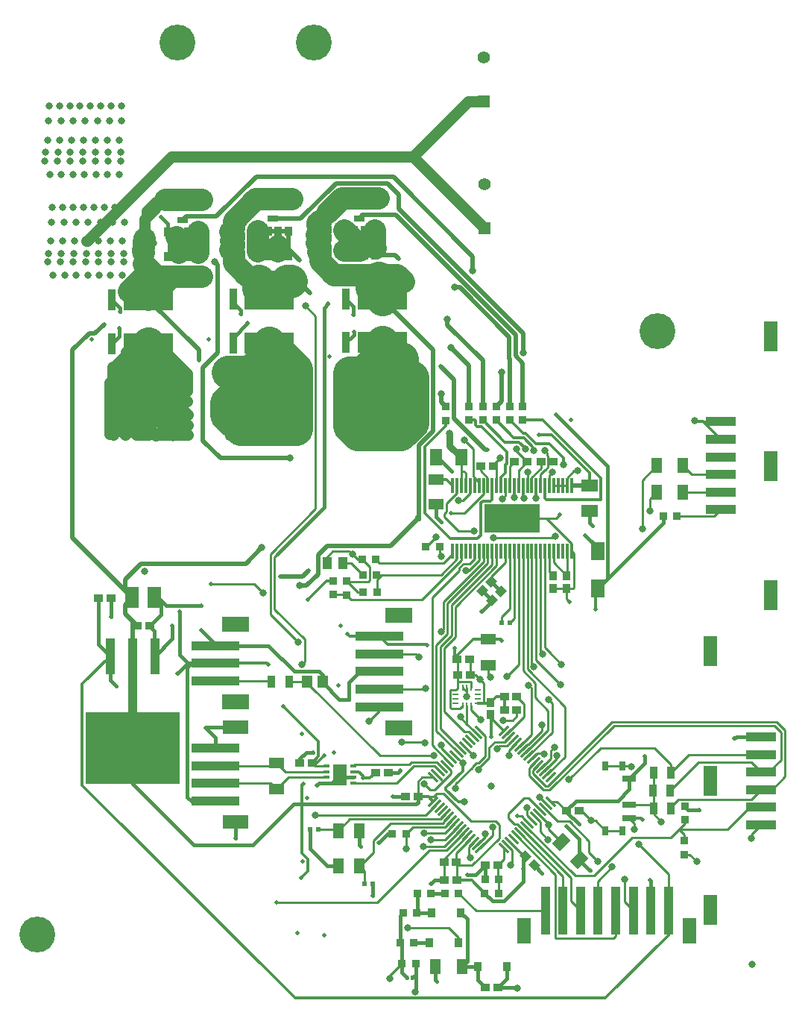
<source format=gbr>
%TF.GenerationSoftware,KiCad,Pcbnew,7.0.8*%
%TF.CreationDate,2023-12-22T14:09:35-07:00*%
%TF.ProjectId,VESC-6-MK5,56455343-2d36-42d4-9d4b-352e6b696361,rev?*%
%TF.SameCoordinates,Original*%
%TF.FileFunction,Copper,L1,Top*%
%TF.FilePolarity,Positive*%
%FSLAX46Y46*%
G04 Gerber Fmt 4.6, Leading zero omitted, Abs format (unit mm)*
G04 Created by KiCad (PCBNEW 7.0.8) date 2023-12-22 14:09:35*
%MOMM*%
%LPD*%
G01*
G04 APERTURE LIST*
G04 Aperture macros list*
%AMRoundRect*
0 Rectangle with rounded corners*
0 $1 Rounding radius*
0 $2 $3 $4 $5 $6 $7 $8 $9 X,Y pos of 4 corners*
0 Add a 4 corners polygon primitive as box body*
4,1,4,$2,$3,$4,$5,$6,$7,$8,$9,$2,$3,0*
0 Add four circle primitives for the rounded corners*
1,1,$1+$1,$2,$3*
1,1,$1+$1,$4,$5*
1,1,$1+$1,$6,$7*
1,1,$1+$1,$8,$9*
0 Add four rect primitives between the rounded corners*
20,1,$1+$1,$2,$3,$4,$5,0*
20,1,$1+$1,$4,$5,$6,$7,0*
20,1,$1+$1,$6,$7,$8,$9,0*
20,1,$1+$1,$8,$9,$2,$3,0*%
%AMRotRect*
0 Rectangle, with rotation*
0 The origin of the aperture is its center*
0 $1 length*
0 $2 width*
0 $3 Rotation angle, in degrees counterclockwise*
0 Add horizontal line*
21,1,$1,$2,0,0,$3*%
G04 Aperture macros list end*
%TA.AperFunction,SMDPad,CuDef*%
%ADD10R,0.870000X0.930000*%
%TD*%
%TA.AperFunction,SMDPad,CuDef*%
%ADD11R,1.010000X0.930000*%
%TD*%
%TA.AperFunction,SMDPad,CuDef*%
%ADD12R,0.930000X1.010000*%
%TD*%
%TA.AperFunction,SMDPad,CuDef*%
%ADD13RotRect,1.010000X0.930000X225.000000*%
%TD*%
%TA.AperFunction,SMDPad,CuDef*%
%ADD14R,0.930000X0.870000*%
%TD*%
%TA.AperFunction,SMDPad,CuDef*%
%ADD15R,1.160000X1.470000*%
%TD*%
%TA.AperFunction,SMDPad,CuDef*%
%ADD16R,1.370000X1.910000*%
%TD*%
%TA.AperFunction,SMDPad,CuDef*%
%ADD17R,0.863600X1.346200*%
%TD*%
%TA.AperFunction,SMDPad,CuDef*%
%ADD18R,1.170000X1.770000*%
%TD*%
%TA.AperFunction,SMDPad,CuDef*%
%ADD19RoundRect,0.011200X0.128800X-0.773800X0.128800X0.773800X-0.128800X0.773800X-0.128800X-0.773800X0*%
%TD*%
%TA.AperFunction,SMDPad,CuDef*%
%ADD20R,6.350000X3.235000*%
%TD*%
%TA.AperFunction,SMDPad,CuDef*%
%ADD21R,0.812800X1.041400*%
%TD*%
%TA.AperFunction,ComponentPad*%
%ADD22R,1.400000X1.400000*%
%TD*%
%TA.AperFunction,ComponentPad*%
%ADD23C,1.400000*%
%TD*%
%TA.AperFunction,SMDPad,CuDef*%
%ADD24RoundRect,0.075000X-0.441942X-0.548008X0.548008X0.441942X0.441942X0.548008X-0.548008X-0.441942X0*%
%TD*%
%TA.AperFunction,SMDPad,CuDef*%
%ADD25RoundRect,0.075000X0.441942X-0.548008X0.548008X-0.441942X-0.441942X0.548008X-0.548008X0.441942X0*%
%TD*%
%TA.AperFunction,SMDPad,CuDef*%
%ADD26R,5.600000X2.440000*%
%TD*%
%TA.AperFunction,SMDPad,CuDef*%
%ADD27R,0.890000X2.440000*%
%TD*%
%TA.AperFunction,SMDPad,CuDef*%
%ADD28R,1.799996X1.305598*%
%TD*%
%TA.AperFunction,SMDPad,CuDef*%
%ADD29R,0.355600X0.558800*%
%TD*%
%TA.AperFunction,ComponentPad*%
%ADD30C,4.064000*%
%TD*%
%TA.AperFunction,SMDPad,CuDef*%
%ADD31R,1.701800X1.092200*%
%TD*%
%TA.AperFunction,SMDPad,CuDef*%
%ADD32R,1.295400X0.711200*%
%TD*%
%TA.AperFunction,SMDPad,CuDef*%
%ADD33R,0.838200X1.092200*%
%TD*%
%TA.AperFunction,SMDPad,CuDef*%
%ADD34R,3.505200X0.990600*%
%TD*%
%TA.AperFunction,SMDPad,CuDef*%
%ADD35R,1.600200X3.505200*%
%TD*%
%TA.AperFunction,SMDPad,CuDef*%
%ADD36R,0.863600X0.965200*%
%TD*%
%TA.AperFunction,SMDPad,CuDef*%
%ADD37R,0.650000X0.350000*%
%TD*%
%TA.AperFunction,SMDPad,CuDef*%
%ADD38R,1.550000X2.400000*%
%TD*%
%TA.AperFunction,SMDPad,CuDef*%
%ADD39R,0.609600X0.609600*%
%TD*%
%TA.AperFunction,SMDPad,CuDef*%
%ADD40R,1.200000X1.800000*%
%TD*%
%TA.AperFunction,SMDPad,CuDef*%
%ADD41R,0.960000X1.380000*%
%TD*%
%TA.AperFunction,SMDPad,CuDef*%
%ADD42R,0.675000X0.250000*%
%TD*%
%TA.AperFunction,SMDPad,CuDef*%
%ADD43R,0.250000X0.675000*%
%TD*%
%TA.AperFunction,SMDPad,CuDef*%
%ADD44RotRect,1.010000X0.930000X315.000000*%
%TD*%
%TA.AperFunction,SMDPad,CuDef*%
%ADD45R,1.500000X0.700000*%
%TD*%
%TA.AperFunction,SMDPad,CuDef*%
%ADD46R,0.800000X1.000000*%
%TD*%
%TA.AperFunction,SMDPad,CuDef*%
%ADD47R,1.050000X4.050000*%
%TD*%
%TA.AperFunction,SMDPad,CuDef*%
%ADD48R,10.750000X8.200000*%
%TD*%
%TA.AperFunction,SMDPad,CuDef*%
%ADD49R,1.230000X1.770000*%
%TD*%
%TA.AperFunction,SMDPad,CuDef*%
%ADD50R,5.500000X1.000000*%
%TD*%
%TA.AperFunction,SMDPad,CuDef*%
%ADD51R,3.000000X1.600000*%
%TD*%
%TA.AperFunction,SMDPad,CuDef*%
%ADD52R,5.511800X0.990600*%
%TD*%
%TA.AperFunction,SMDPad,CuDef*%
%ADD53R,3.098800X1.701800*%
%TD*%
%TA.AperFunction,SMDPad,CuDef*%
%ADD54RotRect,1.230000X1.770000X315.000000*%
%TD*%
%TA.AperFunction,SMDPad,CuDef*%
%ADD55R,1.497552X2.413000*%
%TD*%
%TA.AperFunction,SMDPad,CuDef*%
%ADD56R,1.910000X1.370000*%
%TD*%
%TA.AperFunction,SMDPad,CuDef*%
%ADD57R,1.000000X5.500000*%
%TD*%
%TA.AperFunction,SMDPad,CuDef*%
%ADD58R,1.600000X3.000000*%
%TD*%
%TA.AperFunction,SMDPad,CuDef*%
%ADD59R,0.503199X0.549999*%
%TD*%
%TA.AperFunction,SMDPad,CuDef*%
%ADD60R,1.770000X1.230000*%
%TD*%
%TA.AperFunction,SMDPad,CuDef*%
%ADD61R,1.500000X2.120000*%
%TD*%
%TA.AperFunction,SMDPad,CuDef*%
%ADD62R,0.965200X0.863600*%
%TD*%
%TA.AperFunction,SMDPad,CuDef*%
%ADD63R,1.770000X1.170000*%
%TD*%
%TA.AperFunction,SMDPad,CuDef*%
%ADD64R,1.117600X1.447800*%
%TD*%
%TA.AperFunction,ViaPad*%
%ADD65C,0.800000*%
%TD*%
%TA.AperFunction,ViaPad*%
%ADD66C,0.500000*%
%TD*%
%TA.AperFunction,ViaPad*%
%ADD67C,0.787400*%
%TD*%
%TA.AperFunction,Conductor*%
%ADD68C,0.250000*%
%TD*%
%TA.AperFunction,Conductor*%
%ADD69C,0.381000*%
%TD*%
%TA.AperFunction,Conductor*%
%ADD70C,2.540000*%
%TD*%
%TA.AperFunction,Conductor*%
%ADD71C,0.508000*%
%TD*%
%TA.AperFunction,Conductor*%
%ADD72C,0.241300*%
%TD*%
%TA.AperFunction,Conductor*%
%ADD73C,0.304800*%
%TD*%
%TA.AperFunction,Conductor*%
%ADD74C,1.016000*%
%TD*%
%TA.AperFunction,Conductor*%
%ADD75C,1.270000*%
%TD*%
%TA.AperFunction,Conductor*%
%ADD76C,0.762000*%
%TD*%
%TA.AperFunction,Conductor*%
%ADD77C,3.810000*%
%TD*%
G04 APERTURE END LIST*
D10*
%TO.P,R13,1*%
%TO.N,GND*%
X198600000Y-99865000D03*
%TO.P,R13,2*%
%TO.N,Net-(U3-DTC)*%
X200160000Y-99865000D03*
%TD*%
%TO.P,R1,1*%
%TO.N,Net-(P1-VBUS)*%
X227090602Y-96426000D03*
%TO.P,R1,2*%
%TO.N,+5V*%
X225530602Y-96426000D03*
%TD*%
D11*
%TO.P,C25,1*%
%TO.N,Net-(U3-BST_C)*%
X211661000Y-90240000D03*
%TO.P,C25,2*%
%TO.N,/DRV8301/SH_C*%
X213079000Y-90240000D03*
%TD*%
D12*
%TO.P,C17,1*%
%TO.N,Net-(U3-DVDD)*%
X213070000Y-103211000D03*
%TO.P,C17,2*%
%TO.N,GND*%
X213070000Y-104629000D03*
%TD*%
D13*
%TO.P,C15,1*%
%TO.N,Net-(U3-GVDD)*%
X206031339Y-103878661D03*
%TO.P,C15,2*%
%TO.N,GND*%
X205028661Y-104881339D03*
%TD*%
D11*
%TO.P,C33,1*%
%TO.N,+5V*%
X192881000Y-125520000D03*
%TO.P,C33,2*%
%TO.N,GND*%
X194299000Y-125520000D03*
%TD*%
D14*
%TO.P,R33,1*%
%TO.N,/DRV8301/GH_C*%
X208121000Y-85510000D03*
%TO.P,R33,2*%
%TO.N,Net-(Q5-G)*%
X208121000Y-83950000D03*
%TD*%
D11*
%TO.P,C64,1*%
%TO.N,VCC*%
X165791000Y-108860000D03*
%TO.P,C64,2*%
%TO.N,GND*%
X167209000Y-108860000D03*
%TD*%
D15*
%TO.P,C1,1*%
%TO.N,/MCU/SERVO*%
X185118000Y-115198000D03*
%TO.P,C1,2*%
%TO.N,GND*%
X186868000Y-115198000D03*
%TD*%
D16*
%TO.P,C27,1*%
%TO.N,SUPPLY*%
X202621000Y-89740000D03*
%TO.P,C27,2*%
%TO.N,GND*%
X199779000Y-89740000D03*
%TD*%
D17*
%TO.P,R6,1*%
%TO.N,Net-(P6-Pad3)*%
X181042400Y-115163300D03*
%TO.P,R6,2*%
%TO.N,/MCU/SERVO*%
X183099800Y-115163300D03*
%TD*%
D18*
%TO.P,R47,1*%
%TO.N,Net-(D7-A)*%
X202690000Y-147530000D03*
%TO.P,R47,2*%
%TO.N,/SHUTDOWN*%
X199702000Y-147530000D03*
%TD*%
D19*
%TO.P,U3,1,RT_CLK*%
%TO.N,Net-(U3-RT_CLK)*%
X201626000Y-100385000D03*
%TO.P,U3,2,COMP*%
%TO.N,Net-(U3-COMP)*%
X202126000Y-100385000D03*
%TO.P,U3,3,VSENSE*%
%TO.N,Net-(U3-VSENSE)*%
X202626000Y-100385000D03*
%TO.P,U3,4,PWRGD*%
%TO.N,unconnected-(U3-PWRGD-Pad4)*%
X203126000Y-100385000D03*
%TO.P,U3,5,~{OCTW}*%
%TO.N,unconnected-(U3-~{OCTW}-Pad5)*%
X203626000Y-100385000D03*
%TO.P,U3,6,~{FAULT}*%
%TO.N,/DRV8301/FAULT*%
X204126000Y-100385000D03*
%TO.P,U3,7,DTC*%
%TO.N,Net-(U3-DTC)*%
X204626000Y-100385000D03*
%TO.P,U3,8,~{SCS}*%
%TO.N,/DRV8301/CS*%
X205126000Y-100385000D03*
%TO.P,U3,9,SDI*%
%TO.N,/DRV8301/SDI*%
X205626000Y-100385000D03*
%TO.P,U3,10,SDO*%
%TO.N,/DRV8301/SDO*%
X206126000Y-100385000D03*
%TO.P,U3,11,SCLK*%
%TO.N,/DRV8301/SCLK*%
X206626000Y-100385000D03*
%TO.P,U3,12,DC_CAL*%
%TO.N,unconnected-(U3-DC_CAL-Pad12)*%
X207126000Y-100385000D03*
%TO.P,U3,13,GVDD*%
%TO.N,Net-(U3-GVDD)*%
X207626000Y-100385000D03*
%TO.P,U3,14,CP1*%
%TO.N,Net-(U3-CP1)*%
X208126000Y-100385000D03*
%TO.P,U3,15,CP2*%
%TO.N,Net-(U3-CP2)*%
X208626000Y-100385000D03*
%TO.P,U3,16,EN_GATE*%
%TO.N,/DRV8301/EN_GATE*%
X209126000Y-100385000D03*
%TO.P,U3,17,INH_A*%
%TO.N,/DRV8301/INH_A*%
X209626000Y-100385000D03*
%TO.P,U3,18,INL_A*%
%TO.N,/DRV8301/INL_A*%
X210126000Y-100385000D03*
%TO.P,U3,19,INH_B*%
%TO.N,/DRV8301/INH_B*%
X210626000Y-100385000D03*
%TO.P,U3,20,INL_B*%
%TO.N,/DRV8301/INL_B*%
X211126000Y-100385000D03*
%TO.P,U3,21,INH_C*%
%TO.N,/DRV8301/INH_C*%
X211626000Y-100385000D03*
%TO.P,U3,22,INL_C*%
%TO.N,/DRV8301/INL_C*%
X212126000Y-100385000D03*
%TO.P,U3,23,DVDD*%
%TO.N,Net-(U3-DVDD)*%
X212626000Y-100385000D03*
%TO.P,U3,24,REF*%
%TO.N,Net-(U3-AVDD)*%
X213126000Y-100385000D03*
%TO.P,U3,25,SO1*%
%TO.N,unconnected-(U3-SO1-Pad25)*%
X213626000Y-100385000D03*
%TO.P,U3,26,SO2*%
%TO.N,unconnected-(U3-SO2-Pad26)*%
X214126000Y-100385000D03*
%TO.P,U3,27,AVDD*%
%TO.N,Net-(U3-AVDD)*%
X214626000Y-100385000D03*
%TO.P,U3,28,AGND*%
%TO.N,GND*%
X215126000Y-100385000D03*
%TO.P,U3,29,PVDD1*%
%TO.N,SUPPLY*%
X215126000Y-92945000D03*
%TO.P,U3,30,SP2*%
%TO.N,GND*%
X214626000Y-92945000D03*
%TO.P,U3,31,SN2*%
X214126000Y-92945000D03*
%TO.P,U3,32,SP1*%
X213626000Y-92945000D03*
%TO.P,U3,33,SN1*%
X213126000Y-92945000D03*
%TO.P,U3,34,SL_C*%
X212626000Y-92945000D03*
%TO.P,U3,35,GL_C*%
%TO.N,/DRV8301/GL_C*%
X212126000Y-92945000D03*
%TO.P,U3,36,SH_C*%
%TO.N,/DRV8301/SH_C*%
X211626000Y-92945000D03*
%TO.P,U3,37,GH_C*%
%TO.N,/DRV8301/GH_C*%
X211126000Y-92945000D03*
%TO.P,U3,38,BST_C*%
%TO.N,Net-(U3-BST_C)*%
X210626000Y-92945000D03*
%TO.P,U3,39,SL_B*%
%TO.N,GND*%
X210126000Y-92945000D03*
%TO.P,U3,40,GL_B*%
%TO.N,/DRV8301/GL_B*%
X209626000Y-92945000D03*
%TO.P,U3,41,SH_B*%
%TO.N,/DRV8301/SH_B*%
X209126000Y-92945000D03*
%TO.P,U3,42,GH_B*%
%TO.N,/DRV8301/GH_B*%
X208626000Y-92945000D03*
%TO.P,U3,43,BST_B*%
%TO.N,Net-(U3-BST_B)*%
X208126000Y-92945000D03*
%TO.P,U3,44,SL_A*%
%TO.N,GND*%
X207626000Y-92945000D03*
%TO.P,U3,45,GL_A*%
%TO.N,/DRV8301/GL_A*%
X207126000Y-92945000D03*
%TO.P,U3,46,SH_A*%
%TO.N,/SH_A*%
X206626000Y-92945000D03*
%TO.P,U3,47,GH_A*%
%TO.N,/DRV8301/GH_A*%
X206126000Y-92945000D03*
%TO.P,U3,48,BST_A*%
%TO.N,Net-(U3-BST_A)*%
X205626000Y-92945000D03*
%TO.P,U3,49,VDD_SPI*%
%TO.N,VCC*%
X205126000Y-92945000D03*
%TO.P,U3,50,PH*%
%TO.N,Net-(D4-K)*%
X204626000Y-92945000D03*
%TO.P,U3,51,PH__1*%
X204126000Y-92945000D03*
%TO.P,U3,52,BST_BK*%
%TO.N,Net-(U3-BST_BK)*%
X203626000Y-92945000D03*
%TO.P,U3,53,PVDD2*%
%TO.N,SUPPLY*%
X203126000Y-92945000D03*
%TO.P,U3,54,PVDD2__1*%
X202626000Y-92945000D03*
%TO.P,U3,55,EN_BUCK*%
%TO.N,/EN_BUCK*%
X202126000Y-92945000D03*
%TO.P,U3,56,SS_TR*%
%TO.N,Net-(U3-SS_TR)*%
X201626000Y-92945000D03*
D20*
%TO.P,U3,57,GND*%
%TO.N,GND*%
X208376000Y-96665000D03*
%TD*%
D11*
%TO.P,C12,1*%
%TO.N,VCC*%
X197689000Y-128240000D03*
%TO.P,C12,2*%
%TO.N,GND*%
X196271000Y-128240000D03*
%TD*%
D21*
%TO.P,D9,1,K*%
%TO.N,Net-(D7-A)*%
X204476600Y-147533500D03*
%TO.P,D9,2,A*%
%TO.N,GND*%
X207778600Y-147533500D03*
%TD*%
D11*
%TO.P,C36,1*%
%TO.N,/MCU/ADC_TEMP*%
X206789000Y-136030000D03*
%TO.P,C36,2*%
%TO.N,GND*%
X205371000Y-136030000D03*
%TD*%
D22*
%TO.P,C47,1*%
%TO.N,SUPPLY*%
X205230000Y-63755000D03*
D23*
%TO.P,C47,2*%
%TO.N,GND*%
X205230000Y-58755000D03*
%TD*%
D21*
%TO.P,D8,1,K*%
%TO.N,Net-(D8-K)*%
X198966600Y-144848100D03*
%TO.P,D8,2,A*%
%TO.N,/SH_A*%
X202268600Y-144848100D03*
%TD*%
D24*
%TO.P,U1,1,VBAT*%
%TO.N,VCC*%
X199430519Y-128796181D03*
%TO.P,U1,2,PC13*%
%TO.N,/DRV8301/SENS_FILTERED*%
X199784072Y-129149734D03*
%TO.P,U1,3,PC14*%
%TO.N,unconnected-(U1-PC14-Pad3)*%
X200137625Y-129503287D03*
%TO.P,U1,4,PC15*%
%TO.N,unconnected-(U1-PC15-Pad4)*%
X200491179Y-129856841D03*
%TO.P,U1,5,PH0*%
%TO.N,Net-(U1-PH0)*%
X200844732Y-130210394D03*
%TO.P,U1,6,PH1*%
%TO.N,Net-(U1-PH1)*%
X201198286Y-130563948D03*
%TO.P,U1,7,NRST*%
%TO.N,/MCU/NRST*%
X201551839Y-130917501D03*
%TO.P,U1,8,PC0*%
%TO.N,/MCU/CURRENT_1*%
X201905392Y-131271054D03*
%TO.P,U1,9,PC1*%
%TO.N,/MCU/CURRENT_2*%
X202258946Y-131624608D03*
%TO.P,U1,10,PC2*%
%TO.N,/MCU/CURRENT_3*%
X202612499Y-131978161D03*
%TO.P,U1,11,PC3*%
%TO.N,/DRV8301/SENS_SUPPLY*%
X202966052Y-132331714D03*
%TO.P,U1,12,VSSA*%
%TO.N,GND*%
X203319606Y-132685268D03*
%TO.P,U1,13,VDDA*%
%TO.N,VCC*%
X203673159Y-133038821D03*
%TO.P,U1,14,PA0*%
%TO.N,/DRV8301/SENS_A*%
X204026713Y-133392375D03*
%TO.P,U1,15,PA1*%
%TO.N,/DRV8301/SENS_B*%
X204380266Y-133745928D03*
%TO.P,U1,16,PA2*%
%TO.N,/DRV8301/SENS_C*%
X204733819Y-134099481D03*
D25*
%TO.P,U1,17,PA3*%
%TO.N,/MCU/ADC_TEMP*%
X207456181Y-134099481D03*
%TO.P,U1,18,VSS*%
%TO.N,GND*%
X207809734Y-133745928D03*
%TO.P,U1,19,VDD*%
%TO.N,VCC*%
X208163287Y-133392375D03*
%TO.P,U1,20,PA4*%
%TO.N,/MCU/NRF_SWCLK*%
X208516841Y-133038821D03*
%TO.P,U1,21,PA5*%
%TO.N,/MCU/SCK_ADC_EXT*%
X208870394Y-132685268D03*
%TO.P,U1,22,PA6*%
%TO.N,/MCU/MISO_ADC_EXT2*%
X209223948Y-132331714D03*
%TO.P,U1,23,PA7*%
%TO.N,/MCU/TX_SCL_MOSI*%
X209577501Y-131978161D03*
%TO.P,U1,24,PC4*%
%TO.N,/MCU/TEMP_MOTOR*%
X209931054Y-131624608D03*
%TO.P,U1,25,PC5*%
%TO.N,/SHUTDOWN*%
X210284608Y-131271054D03*
%TO.P,U1,26,PB0*%
%TO.N,/MCU/LED_GREEN*%
X210638161Y-130917501D03*
%TO.P,U1,27,PB1*%
%TO.N,/MCU/LED_RED*%
X210991714Y-130563948D03*
%TO.P,U1,28,PB2*%
%TO.N,/BMI160/SDA*%
X211345268Y-130210394D03*
%TO.P,U1,29,PB10*%
%TO.N,/MCU/TX_SCL_MOSI*%
X211698821Y-129856841D03*
%TO.P,U1,30,PB11*%
%TO.N,/MCU/RX_SDA_NSS*%
X212052375Y-129503287D03*
%TO.P,U1,31,VCAP_1*%
%TO.N,Net-(U1-VCAP_1)*%
X212405928Y-129149734D03*
%TO.P,U1,32,VDD*%
%TO.N,VCC*%
X212759481Y-128796181D03*
D24*
%TO.P,U1,33,PB12*%
%TO.N,/MCU/NRF_SWDIO*%
X212759481Y-126073819D03*
%TO.P,U1,34,PB13*%
%TO.N,/DRV8301/INL_A*%
X212405928Y-125720266D03*
%TO.P,U1,35,PB14*%
%TO.N,/DRV8301/INL_B*%
X212052375Y-125366713D03*
%TO.P,U1,36,PB15*%
%TO.N,/DRV8301/INL_C*%
X211698821Y-125013159D03*
%TO.P,U1,37,PC6*%
%TO.N,/MCU/HALL_1*%
X211345268Y-124659606D03*
%TO.P,U1,38,PC7*%
%TO.N,/MCU/HALL_2*%
X210991714Y-124306052D03*
%TO.P,U1,39,PC8*%
%TO.N,/MCU/HALL_3*%
X210638161Y-123952499D03*
%TO.P,U1,40,PC9*%
%TO.N,/DRV8301/CS*%
X210284608Y-123598946D03*
%TO.P,U1,41,PA8*%
%TO.N,/DRV8301/INH_A*%
X209931054Y-123245392D03*
%TO.P,U1,42,PA9*%
%TO.N,/DRV8301/INH_B*%
X209577501Y-122891839D03*
%TO.P,U1,43,PA10*%
%TO.N,/DRV8301/INH_C*%
X209223948Y-122538286D03*
%TO.P,U1,44,PA11*%
%TO.N,/MCU/USB_DM*%
X208870394Y-122184732D03*
%TO.P,U1,45,PA12*%
%TO.N,/MCU/USB_DP*%
X208516841Y-121831179D03*
%TO.P,U1,46,PA13*%
%TO.N,/MCU/SWDIO*%
X208163287Y-121477625D03*
%TO.P,U1,47,VCAP_2*%
%TO.N,Net-(U1-VCAP_2)*%
X207809734Y-121124072D03*
%TO.P,U1,48,VDD*%
%TO.N,VCC*%
X207456181Y-120770519D03*
D25*
%TO.P,U1,49,PA14*%
%TO.N,/MCU/SWCLK*%
X204733819Y-120770519D03*
%TO.P,U1,50,PA15*%
%TO.N,/BMI160/SCL*%
X204380266Y-121124072D03*
%TO.P,U1,51,PC10*%
%TO.N,/DRV8301/SCLK*%
X204026713Y-121477625D03*
%TO.P,U1,52,PC11*%
%TO.N,/MCU/PC10_TX*%
X203673159Y-121831179D03*
%TO.P,U1,53,PC12*%
%TO.N,/MCU/PC11_RX*%
X203319606Y-122184732D03*
%TO.P,U1,54,PD2*%
%TO.N,/MCU/CURR_FILTER_ON*%
X202966052Y-122538286D03*
%TO.P,U1,55,PB3*%
%TO.N,/DRV8301/SDO*%
X202612499Y-122891839D03*
%TO.P,U1,56,PB4*%
%TO.N,/DRV8301/SDI*%
X202258946Y-123245392D03*
%TO.P,U1,57,PB5*%
%TO.N,/DRV8301/EN_GATE*%
X201905392Y-123598946D03*
%TO.P,U1,58,PB6*%
%TO.N,/MCU/SERVO*%
X201551839Y-123952499D03*
%TO.P,U1,59,PB7*%
%TO.N,/DRV8301/FAULT*%
X201198286Y-124306052D03*
%TO.P,U1,60,BOOT0*%
%TO.N,GND*%
X200844732Y-124659606D03*
%TO.P,U1,61,PB8*%
%TO.N,/CAN/RX*%
X200491179Y-125013159D03*
%TO.P,U1,62,PB9*%
%TO.N,/CAN/TX*%
X200137625Y-125366713D03*
%TO.P,U1,63,VSS*%
%TO.N,GND*%
X199784072Y-125720266D03*
%TO.P,U1,64,VDD*%
%TO.N,VCC*%
X199430519Y-126073819D03*
%TD*%
D26*
%TO.P,R32,1,1*%
%TO.N,Net-(P10-Pin_1)*%
X193655000Y-76711000D03*
%TO.P,R32,2,2*%
%TO.N,/DRV8301/SH_C*%
X193655000Y-71751000D03*
D27*
%TO.P,R32,3,3*%
%TO.N,Net-(U7-IN-)*%
X189520000Y-76711000D03*
%TO.P,R32,4,4*%
%TO.N,Net-(U7-IN+)*%
X189520000Y-71751000D03*
%TD*%
D28*
%TO.P,C22,1*%
%TO.N,Net-(U3-SS_TR)*%
X199725797Y-92267400D03*
%TO.P,C22,2*%
%TO.N,GND*%
X199725797Y-95072996D03*
%TD*%
D14*
%TO.P,R10,1*%
%TO.N,GND*%
X189630000Y-103805000D03*
%TO.P,R10,2*%
%TO.N,Net-(U3-VSENSE)*%
X189630000Y-105365000D03*
%TD*%
D29*
%TO.P,D10,1,K*%
%TO.N,/EN_BUCK*%
X196464200Y-148845000D03*
%TO.P,D10,2,A*%
%TO.N,GND*%
X196997600Y-148845000D03*
%TD*%
D11*
%TO.P,C56,1*%
%TO.N,Net-(D7-A)*%
X205351000Y-149930000D03*
%TO.P,C56,2*%
%TO.N,GND*%
X206769000Y-149930000D03*
%TD*%
D30*
%TO.P,,1*%
%TO.N,N/C*%
X154430000Y-143920000D03*
%TD*%
D31*
%TO.P,Q2,1,D*%
%TO.N,/SH_A*%
X173199001Y-60517499D03*
X170999000Y-60517499D03*
X168798999Y-60517499D03*
X173199001Y-69222501D03*
X170999000Y-69222501D03*
X168798999Y-69222501D03*
D32*
%TO.P,Q2,7,G*%
%TO.N,Net-(Q2-G)*%
X170999000Y-62767499D03*
D33*
%TO.P,Q2,8,S*%
%TO.N,GND*%
X172724000Y-64167499D03*
X171574000Y-64167499D03*
X170424000Y-64167499D03*
X169274000Y-64167499D03*
X172724000Y-66967499D03*
X171574000Y-66967499D03*
X170424000Y-66967499D03*
X169274000Y-66967499D03*
%TD*%
D34*
%TO.P,P4,1,1*%
%TO.N,GND*%
X236649902Y-121463300D03*
%TO.P,P4,2,2*%
%TO.N,/MCU/HALL_3*%
X236649902Y-123463301D03*
%TO.P,P4,3,3*%
%TO.N,/MCU/HALL_2*%
X236649902Y-125463302D03*
%TO.P,P4,4,4*%
%TO.N,/MCU/HALL_1*%
X236649902Y-127463300D03*
%TO.P,P4,5,5*%
%TO.N,/MCU/TEMP_MOTOR*%
X236649902Y-129463301D03*
%TO.P,P4,6,6*%
%TO.N,Net-(P4-Pad6)*%
X236649902Y-131463300D03*
D35*
%TO.P,P4,7*%
%TO.N,N/C*%
X230899901Y-141138302D03*
%TO.P,P4,8*%
X230899901Y-126438301D03*
%TO.P,P4,9*%
X230899901Y-111738300D03*
%TD*%
D36*
%TO.P,C55,1*%
%TO.N,/EN_BUCK*%
X195832000Y-147202800D03*
%TO.P,C55,2*%
%TO.N,GND*%
X197432200Y-147202800D03*
%TD*%
D10*
%TO.P,R12,1*%
%TO.N,Net-(C16-Pad2)*%
X191420000Y-103055000D03*
%TO.P,R12,2*%
%TO.N,Net-(U3-COMP)*%
X192980000Y-103055000D03*
%TD*%
D37*
%TO.P,U4,1,TXD*%
%TO.N,/CAN/TX*%
X190385000Y-126720000D03*
%TO.P,U4,2,GND*%
%TO.N,GND*%
X190385000Y-126070000D03*
%TO.P,U4,3,VCC*%
%TO.N,+5V*%
X190385000Y-125420000D03*
%TO.P,U4,4,RXD*%
%TO.N,/CAN/RX*%
X190385000Y-124770000D03*
%TO.P,U4,5,VIO*%
%TO.N,VCC*%
X187285000Y-124770000D03*
%TO.P,U4,6,CANL*%
%TO.N,/CAN/CANL*%
X187285000Y-125420000D03*
%TO.P,U4,7,CANH*%
%TO.N,/CAN/CANH*%
X187285000Y-126070000D03*
%TO.P,U4,8,S*%
%TO.N,GND*%
X187285000Y-126720000D03*
D38*
%TO.P,U4,9,GND*%
X188835000Y-125745000D03*
%TD*%
D39*
%TO.P,C2,1*%
%TO.N,GND*%
X185463400Y-132003400D03*
%TO.P,C2,2*%
%TO.N,Net-(U1-PH0)*%
X186352400Y-132003400D03*
%TD*%
D40*
%TO.P,Y1,1,1*%
%TO.N,Net-(U1-PH0)*%
X188650000Y-132095000D03*
%TO.P,Y1,2,2*%
%TO.N,GND*%
X188650000Y-136095000D03*
%TO.P,Y1,3,3*%
%TO.N,Net-(U1-PH1)*%
X191050000Y-136095000D03*
%TO.P,Y1,4,4*%
%TO.N,GND*%
X191050000Y-132095000D03*
%TD*%
D30*
%TO.P,,1*%
%TO.N,N/C*%
X224920000Y-75410000D03*
%TD*%
D10*
%TO.P,R46,1*%
%TO.N,Net-(R45-Pad2)*%
X200760000Y-139215000D03*
%TO.P,R46,2*%
%TO.N,/CONN_SW*%
X202320000Y-139215000D03*
%TD*%
%TO.P,R41,1*%
%TO.N,/EN_BUCK*%
X195670000Y-144875000D03*
%TO.P,R41,2*%
%TO.N,Net-(D8-K)*%
X197230000Y-144875000D03*
%TD*%
D41*
%TO.P,R44,1*%
%TO.N,Net-(P4-Pad6)*%
X224445000Y-125505000D03*
%TO.P,R44,2*%
%TO.N,/MCU/HALL_3*%
X226401000Y-125505000D03*
%TD*%
D42*
%TO.P,U9,1,SDO*%
%TO.N,GND*%
X204517500Y-117665000D03*
%TO.P,U9,2,ASDx*%
%TO.N,unconnected-(U9-ASDx-Pad2)*%
X204517500Y-117165000D03*
%TO.P,U9,3,ASCx*%
%TO.N,unconnected-(U9-ASCx-Pad3)*%
X204517500Y-116665000D03*
%TO.P,U9,4,INT1*%
%TO.N,unconnected-(U9-INT1-Pad4)*%
X204517500Y-116165000D03*
D43*
%TO.P,U9,5,VDDIO*%
%TO.N,VCC*%
X203755000Y-115902500D03*
%TO.P,U9,6,GNDIO*%
%TO.N,GND*%
X203255000Y-115902500D03*
%TO.P,U9,7,GND*%
X202755000Y-115902500D03*
D42*
%TO.P,U9,8,VDD*%
%TO.N,VCC*%
X201992500Y-116165000D03*
%TO.P,U9,9,INT2*%
%TO.N,unconnected-(U9-INT2-Pad9)*%
X201992500Y-116665000D03*
%TO.P,U9,10,OCSB*%
%TO.N,unconnected-(U9-OCSB-Pad10)*%
X201992500Y-117165000D03*
%TO.P,U9,11,OSDO*%
%TO.N,unconnected-(U9-OSDO-Pad11)*%
X201992500Y-117665000D03*
D43*
%TO.P,U9,12,CSB*%
%TO.N,VCC*%
X202755000Y-117927500D03*
%TO.P,U9,13,SCx*%
%TO.N,/BMI160/SCL*%
X203255000Y-117927500D03*
%TO.P,U9,14,SDx*%
%TO.N,/BMI160/SDA*%
X203755000Y-117927500D03*
%TD*%
D44*
%TO.P,C9,1*%
%TO.N,VCC*%
X209908661Y-135048661D03*
%TO.P,C9,2*%
%TO.N,GND*%
X210911339Y-136051339D03*
%TD*%
D45*
%TO.P,U11,1*%
%TO.N,VCC*%
X221715000Y-126205000D03*
%TO.P,U11,2*%
%TO.N,Net-(P4-Pad6)*%
X221715000Y-129205000D03*
%TO.P,U11,3*%
%TO.N,+5V*%
X221715000Y-130705000D03*
D46*
%TO.P,U11,S1,SHIELD*%
%TO.N,GND*%
X220930000Y-124805000D03*
%TO.P,U11,S2,SHIELD__1*%
X219000000Y-124805000D03*
%TO.P,U11,S3,SHIELD__2*%
X219000000Y-132105000D03*
%TO.P,U11,S4,SHIELD__3*%
X220930000Y-132105000D03*
%TD*%
D14*
%TO.P,R11,1*%
%TO.N,Net-(U3-VSENSE)*%
X188060000Y-105335000D03*
%TO.P,R11,2*%
%TO.N,+5V*%
X188060000Y-103775000D03*
%TD*%
D11*
%TO.P,C34,1*%
%TO.N,VCC*%
X185689000Y-124420000D03*
%TO.P,C34,2*%
%TO.N,GND*%
X184271000Y-124420000D03*
%TD*%
D14*
%TO.P,R31,1*%
%TO.N,/DRV8301/GL_B*%
X206587000Y-85510000D03*
%TO.P,R31,2*%
%TO.N,Net-(Q4-G)*%
X206587000Y-83950000D03*
%TD*%
D34*
%TO.P,P1,1,VBUS*%
%TO.N,Net-(P1-VBUS)*%
X232050700Y-95680501D03*
%TO.P,P1,2,D-*%
%TO.N,Net-(P1-D-)*%
X232050700Y-93680500D03*
%TO.P,P1,3,D+*%
%TO.N,Net-(P1-D+)*%
X232050700Y-91680499D03*
%TO.P,P1,4,ID*%
%TO.N,unconnected-(P1-ID-Pad4)*%
X232050700Y-89680501D03*
%TO.P,P1,5,GND*%
%TO.N,GND*%
X232050700Y-87680500D03*
%TO.P,P1,6,Shield*%
X232050700Y-85680501D03*
D35*
%TO.P,P1,7*%
%TO.N,N/C*%
X237800701Y-76005499D03*
%TO.P,P1,8*%
X237800701Y-90705500D03*
%TO.P,P1,9*%
X237800701Y-105405501D03*
%TD*%
D47*
%TO.P,U8,1,GND*%
%TO.N,GND*%
X167835000Y-112285000D03*
%TO.P,U8,2,VOUT*%
%TO.N,VCC*%
X165295000Y-112285000D03*
%TO.P,U8,3,VIN*%
%TO.N,+5V*%
X162755000Y-112285000D03*
D48*
%TO.P,U8,4,VOUT__1*%
%TO.N,VCC*%
X165295000Y-122735000D03*
%TD*%
D31*
%TO.P,Q6,1,D*%
%TO.N,/DRV8301/SH_C*%
X193249001Y-60336099D03*
X191049000Y-60336099D03*
X188848999Y-60336099D03*
X193249001Y-69041101D03*
X191049000Y-69041101D03*
X188848999Y-69041101D03*
D32*
%TO.P,Q6,7,G*%
%TO.N,Net-(Q6-G)*%
X191049000Y-62586099D03*
D33*
%TO.P,Q6,8,S*%
%TO.N,GND*%
X192774000Y-63986099D03*
X191624000Y-63986099D03*
X190474000Y-63986099D03*
X189324000Y-63986099D03*
X192774000Y-66786099D03*
X191624000Y-66786099D03*
X190474000Y-66786099D03*
X189324000Y-66786099D03*
%TD*%
D11*
%TO.P,C51,1*%
%TO.N,VCC*%
X202191000Y-114440000D03*
%TO.P,C51,2*%
%TO.N,GND*%
X203609000Y-114440000D03*
%TD*%
D14*
%TO.P,R39,1*%
%TO.N,/MCU/TEMP_MOTOR*%
X228000000Y-130885000D03*
%TO.P,R39,2*%
%TO.N,VCC*%
X228000000Y-129325000D03*
%TD*%
%TO.P,R25,1*%
%TO.N,/DRV8301/GH_A*%
X200855000Y-85530000D03*
%TO.P,R25,2*%
%TO.N,Net-(Q1-G)*%
X200855000Y-83970000D03*
%TD*%
%TO.P,R34,1*%
%TO.N,/DRV8301/GL_C*%
X209585000Y-85490000D03*
%TO.P,R34,2*%
%TO.N,Net-(Q6-G)*%
X209585000Y-83930000D03*
%TD*%
D49*
%TO.P,R3,1*%
%TO.N,Net-(P1-D+)*%
X227780602Y-90661000D03*
%TO.P,R3,2*%
%TO.N,/MCU/USB_DP*%
X224848602Y-90661000D03*
%TD*%
D50*
%TO.P,P2,1,1*%
%TO.N,GND*%
X174695000Y-122745000D03*
%TO.P,P2,2,2*%
%TO.N,/CAN/CANL*%
X174695000Y-124745000D03*
%TO.P,P2,3,3*%
%TO.N,/CAN/CANH*%
X174695000Y-126745000D03*
%TO.P,P2,4,4*%
%TO.N,+5V*%
X174695000Y-128745000D03*
D51*
%TO.P,P2,SH1,SHIELD*%
%TO.N,GND*%
X176945000Y-120345000D03*
%TO.P,P2,SH2,SHIELD__1*%
X176945000Y-131145000D03*
%TD*%
D41*
%TO.P,R43,1*%
%TO.N,Net-(P4-Pad6)*%
X224395000Y-127545000D03*
%TO.P,R43,2*%
%TO.N,/MCU/HALL_2*%
X226351000Y-127545000D03*
%TD*%
D36*
%TO.P,C7,1*%
%TO.N,/MCU/NRST*%
X196382200Y-132472800D03*
%TO.P,C7,2*%
%TO.N,GND*%
X194782000Y-132472800D03*
%TD*%
D11*
%TO.P,C10,1*%
%TO.N,VCC*%
X214581000Y-129880000D03*
%TO.P,C10,2*%
%TO.N,GND*%
X215999000Y-129880000D03*
%TD*%
D31*
%TO.P,Q4,1,D*%
%TO.N,/DRV8301/SH_B*%
X183449001Y-60413699D03*
X181249000Y-60413699D03*
X179048999Y-60413699D03*
X183449001Y-69118701D03*
X181249000Y-69118701D03*
X179048999Y-69118701D03*
D32*
%TO.P,Q4,7,G*%
%TO.N,Net-(Q4-G)*%
X181249000Y-62663699D03*
D33*
%TO.P,Q4,8,S*%
%TO.N,GND*%
X182974000Y-64063699D03*
X181824000Y-64063699D03*
X180674000Y-64063699D03*
X179524000Y-64063699D03*
X182974000Y-66863699D03*
X181824000Y-66863699D03*
X180674000Y-66863699D03*
X179524000Y-66863699D03*
%TD*%
D52*
%TO.P,P7,1,1*%
%TO.N,/MCU/NRST*%
X193320000Y-118040000D03*
%TO.P,P7,2,2*%
%TO.N,/MCU/SWDIO*%
X193320000Y-116040001D03*
%TO.P,P7,3,3*%
%TO.N,GND*%
X193320000Y-114040000D03*
%TO.P,P7,4,4*%
%TO.N,/MCU/SWCLK*%
X193320000Y-112039999D03*
%TO.P,P7,5,5*%
%TO.N,VCC*%
X193320000Y-110040001D03*
D53*
%TO.P,P7,6*%
%TO.N,N/C*%
X195526500Y-120440000D03*
%TO.P,P7,7*%
X195526500Y-107640000D03*
%TD*%
D13*
%TO.P,C14,1*%
%TO.N,Net-(U3-GVDD)*%
X207091339Y-104948661D03*
%TO.P,C14,2*%
%TO.N,GND*%
X206088661Y-105951339D03*
%TD*%
D54*
%TO.P,R38,1*%
%TO.N,/BMI160/SDA*%
X213943381Y-133387381D03*
%TO.P,R38,2*%
%TO.N,VCC*%
X216016619Y-135460619D03*
%TD*%
D11*
%TO.P,C4,1*%
%TO.N,GND*%
X207511000Y-116910000D03*
%TO.P,C4,2*%
%TO.N,Net-(U1-VCAP_2)*%
X208929000Y-116910000D03*
%TD*%
D30*
%TO.P,,1*%
%TO.N,N/C*%
X185844000Y-42600000D03*
%TD*%
D39*
%TO.P,C8,1*%
%TO.N,GND*%
X192548600Y-138137400D03*
%TO.P,C8,2*%
%TO.N,Net-(U1-PH1)*%
X191659600Y-138137400D03*
%TD*%
D41*
%TO.P,R42,1*%
%TO.N,Net-(P4-Pad6)*%
X224455000Y-129595000D03*
%TO.P,R42,2*%
%TO.N,/MCU/HALL_1*%
X226411000Y-129595000D03*
%TD*%
D11*
%TO.P,C23,1*%
%TO.N,Net-(U3-BST_A)*%
X204831000Y-90770000D03*
%TO.P,C23,2*%
%TO.N,/SH_A*%
X206249000Y-90770000D03*
%TD*%
%TO.P,C50,1*%
%TO.N,VCC*%
X202161000Y-112680000D03*
%TO.P,C50,2*%
%TO.N,GND*%
X203579000Y-112680000D03*
%TD*%
D52*
%TO.P,P6,1,1*%
%TO.N,GND*%
X174713800Y-111105399D03*
%TO.P,P6,2,2*%
%TO.N,+5V*%
X174713800Y-113105400D03*
%TO.P,P6,3,3*%
%TO.N,Net-(P6-Pad3)*%
X174713800Y-115105401D03*
D53*
%TO.P,P6,4*%
%TO.N,N/C*%
X176963801Y-108705401D03*
%TO.P,P6,5*%
X176963801Y-117505399D03*
%TD*%
D55*
%TO.P,C21,1*%
%TO.N,VCC*%
X165203376Y-105666800D03*
%TO.P,C21,2*%
%TO.N,GND*%
X167719024Y-105666800D03*
%TD*%
D56*
%TO.P,C26,1*%
%TO.N,SUPPLY*%
X217180000Y-92939000D03*
%TO.P,C26,2*%
%TO.N,GND*%
X217180000Y-95781000D03*
%TD*%
D10*
%TO.P,R40,1*%
%TO.N,/EN_BUCK*%
X196010000Y-141465000D03*
%TO.P,R40,2*%
%TO.N,Net-(D7-K)*%
X197570000Y-141465000D03*
%TD*%
D14*
%TO.P,R26,1*%
%TO.N,/DRV8301/GL_A*%
X203499000Y-85510000D03*
%TO.P,R26,2*%
%TO.N,Net-(Q2-G)*%
X203499000Y-83950000D03*
%TD*%
D57*
%TO.P,P5,1,1*%
%TO.N,+5V*%
X226155000Y-141215000D03*
%TO.P,P5,2,2*%
%TO.N,VCC*%
X224155000Y-141215000D03*
%TO.P,P5,3,3*%
%TO.N,GND*%
X222155000Y-141215000D03*
%TO.P,P5,4,4*%
%TO.N,/MCU/SCK_ADC_EXT*%
X220155000Y-141215000D03*
%TO.P,P5,5,5*%
%TO.N,/MCU/RX_SDA_NSS*%
X218155000Y-141215000D03*
%TO.P,P5,6,6*%
%TO.N,/MCU/TX_SCL_MOSI*%
X216155000Y-141215000D03*
%TO.P,P5,7,7*%
%TO.N,/MCU/MISO_ADC_EXT2*%
X214155000Y-141215000D03*
%TO.P,P5,8,8*%
%TO.N,/CONN_SW*%
X212155000Y-141215000D03*
D58*
%TO.P,P5,S1*%
%TO.N,N/C*%
X228555000Y-143465000D03*
%TO.P,P5,S2*%
X209755000Y-143465000D03*
%TD*%
D36*
%TO.P,C18,1*%
%TO.N,GND*%
X191442000Y-105052800D03*
%TO.P,C18,2*%
%TO.N,Net-(U3-COMP)*%
X193042200Y-105052800D03*
%TD*%
D59*
%TO.P,C19,1*%
%TO.N,Net-(U3-CP2)*%
X208163398Y-108473599D03*
%TO.P,C19,2*%
%TO.N,Net-(U3-CP1)*%
X207210200Y-108473599D03*
%TD*%
D11*
%TO.P,C3,1*%
%TO.N,GND*%
X207501000Y-118410000D03*
%TO.P,C3,2*%
%TO.N,Net-(U1-VCAP_1)*%
X208919000Y-118410000D03*
%TD*%
D10*
%TO.P,R28,1*%
%TO.N,/MCU/ADC_TEMP*%
X206870000Y-137625000D03*
%TO.P,R28,2*%
%TO.N,GND*%
X205310000Y-137625000D03*
%TD*%
D12*
%TO.P,C11,1*%
%TO.N,VCC*%
X205930000Y-118969000D03*
%TO.P,C11,2*%
%TO.N,GND*%
X205930000Y-117551000D03*
%TD*%
D11*
%TO.P,C5,1*%
%TO.N,VCC*%
X202139000Y-137730000D03*
%TO.P,C5,2*%
%TO.N,GND*%
X200721000Y-137730000D03*
%TD*%
D10*
%TO.P,R27,1*%
%TO.N,VCC*%
X205290000Y-139205000D03*
%TO.P,R27,2*%
%TO.N,/MCU/ADC_TEMP*%
X206850000Y-139205000D03*
%TD*%
D60*
%TO.P,R5,1*%
%TO.N,/BMI160/SCL*%
X205646000Y-113336000D03*
%TO.P,R5,2*%
%TO.N,VCC*%
X205646000Y-110404000D03*
%TD*%
D11*
%TO.P,C6,1*%
%TO.N,VCC*%
X202069000Y-135700000D03*
%TO.P,C6,2*%
%TO.N,GND*%
X200651000Y-135700000D03*
%TD*%
D26*
%TO.P,R29,1,1*%
%TO.N,Net-(P9-Pin_1)*%
X180825000Y-76721000D03*
%TO.P,R29,2,2*%
%TO.N,/DRV8301/SH_B*%
X180825000Y-71761000D03*
D27*
%TO.P,R29,3,3*%
%TO.N,Net-(U6-IN-)*%
X176690000Y-76721000D03*
%TO.P,R29,4,4*%
%TO.N,Net-(U6-IN+)*%
X176690000Y-71761000D03*
%TD*%
D61*
%TO.P,D5,1,K*%
%TO.N,+5V*%
X218090000Y-104650000D03*
%TO.P,D5,2,A*%
%TO.N,GND*%
X218090000Y-100420000D03*
%TD*%
D62*
%TO.P,C58,1*%
%TO.N,/MCU/TEMP_MOTOR*%
X227958400Y-133217800D03*
%TO.P,C58,2*%
%TO.N,GND*%
X227958400Y-134818000D03*
%TD*%
D10*
%TO.P,R45,1*%
%TO.N,Net-(D7-K)*%
X197600000Y-139255000D03*
%TO.P,R45,2*%
%TO.N,Net-(R45-Pad2)*%
X199160000Y-139255000D03*
%TD*%
D30*
%TO.P,,1*%
%TO.N,N/C*%
X170376000Y-42600000D03*
%TD*%
D21*
%TO.P,D7,1,K*%
%TO.N,Net-(D7-K)*%
X199266600Y-141452700D03*
%TO.P,D7,2,A*%
%TO.N,Net-(D7-A)*%
X202568600Y-141452700D03*
%TD*%
D11*
%TO.P,C24,1*%
%TO.N,Net-(U3-BST_B)*%
X208651000Y-90260000D03*
%TO.P,C24,2*%
%TO.N,/DRV8301/SH_B*%
X210069000Y-90260000D03*
%TD*%
D22*
%TO.P,C46,1*%
%TO.N,SUPPLY*%
X205190000Y-49345000D03*
D23*
%TO.P,C46,2*%
%TO.N,GND*%
X205190000Y-44345000D03*
%TD*%
D10*
%TO.P,R14,1*%
%TO.N,GND*%
X191370000Y-101355000D03*
%TO.P,R14,2*%
%TO.N,Net-(U3-RT_CLK)*%
X192930000Y-101355000D03*
%TD*%
D26*
%TO.P,R24,1,1*%
%TO.N,Net-(P8-Pin_1)*%
X167075000Y-76811000D03*
%TO.P,R24,2,2*%
%TO.N,/SH_A*%
X167075000Y-71851000D03*
D27*
%TO.P,R24,3,3*%
%TO.N,Net-(U5-IN-)*%
X162940000Y-76811000D03*
%TO.P,R24,4,4*%
%TO.N,Net-(U5-IN+)*%
X162940000Y-71851000D03*
%TD*%
D63*
%TO.P,R23,1*%
%TO.N,/CAN/CANH*%
X181620000Y-127400000D03*
%TO.P,R23,2*%
%TO.N,/CAN/CANL*%
X181620000Y-124412000D03*
%TD*%
D11*
%TO.P,C13,1*%
%TO.N,+5V*%
X161421000Y-105690000D03*
%TO.P,C13,2*%
%TO.N,GND*%
X162839000Y-105690000D03*
%TD*%
D14*
%TO.P,R30,1*%
%TO.N,/DRV8301/GH_B*%
X205053000Y-85490000D03*
%TO.P,R30,2*%
%TO.N,Net-(Q3-G)*%
X205053000Y-83930000D03*
%TD*%
D49*
%TO.P,R2,1*%
%TO.N,Net-(P1-D-)*%
X227780602Y-93731000D03*
%TO.P,R2,2*%
%TO.N,/MCU/USB_DM*%
X224848602Y-93731000D03*
%TD*%
D12*
%TO.P,C20,1*%
%TO.N,Net-(U3-AVDD)*%
X214590000Y-103191000D03*
%TO.P,C20,2*%
%TO.N,GND*%
X214590000Y-104609000D03*
%TD*%
D64*
%TO.P,C16,1*%
%TO.N,GND*%
X187349400Y-101754100D03*
%TO.P,C16,2*%
%TO.N,Net-(C16-Pad2)*%
X189152800Y-101754100D03*
%TD*%
D65*
%TO.N,/MCU/SERVO*%
X200303416Y-122386584D03*
X199465394Y-123597758D03*
%TO.N,GND*%
X207250000Y-94430000D03*
X157008333Y-53720000D03*
X159820000Y-57620000D03*
X190240697Y-100748318D03*
D66*
X168490000Y-62470000D03*
X199170000Y-138140000D03*
X204900000Y-107240000D03*
D65*
X158510000Y-57620000D03*
X204744551Y-114945449D03*
D66*
X215050000Y-85460000D03*
D65*
X162401665Y-53720000D03*
X163750000Y-53720000D03*
D66*
X162850000Y-107810000D03*
D65*
X161130000Y-57620000D03*
X206000000Y-127050000D03*
X158510000Y-51570000D03*
X159609999Y-56100000D03*
D66*
X184220000Y-67340000D03*
D65*
X162867142Y-49870000D03*
X162496665Y-56100000D03*
D66*
X192590000Y-139460000D03*
D65*
X164050000Y-49870000D03*
X162665000Y-51570000D03*
X229380000Y-135630000D03*
D66*
X173960000Y-76350000D03*
D65*
X155360000Y-55120000D03*
D66*
X180800000Y-111210000D03*
X194870000Y-128270000D03*
X185140000Y-128450000D03*
X173060000Y-109350000D03*
D65*
X164050000Y-51570000D03*
X209000000Y-149980000D03*
X155280000Y-56100000D03*
X203250000Y-116880000D03*
D66*
X184620000Y-135594500D03*
D65*
X156723333Y-56100000D03*
D66*
X186230000Y-126940000D03*
X173580000Y-120430000D03*
D65*
X156952857Y-49870000D03*
X155740000Y-51570000D03*
X155660000Y-53720000D03*
X217360000Y-130950000D03*
D66*
X191230000Y-133940000D03*
D65*
X221150000Y-137650000D03*
X159650000Y-55120000D03*
X210126678Y-91420000D03*
X198413500Y-126841459D03*
D66*
X217510000Y-97490000D03*
D65*
X155890000Y-57620000D03*
D66*
X176940000Y-132970000D03*
D65*
X162510000Y-55120000D03*
X161053332Y-56100000D03*
X235620000Y-147330000D03*
X157125000Y-51570000D03*
X166630000Y-102710000D03*
D66*
X213770000Y-96250000D03*
D65*
X158166666Y-56100000D03*
D66*
X188690000Y-115620000D03*
D65*
X161053332Y-53720000D03*
D66*
X201530000Y-91360000D03*
X214880000Y-106130000D03*
D65*
X158356666Y-53720000D03*
D66*
X195700000Y-125280000D03*
X193220000Y-133460000D03*
D65*
X199719491Y-98800525D03*
X163940000Y-56100000D03*
D66*
X186410000Y-135110000D03*
X233640000Y-121660000D03*
D65*
X163750000Y-57620000D03*
X160501428Y-49870000D03*
X159704999Y-53720000D03*
D66*
X183970000Y-143720000D03*
D65*
X163940000Y-55120000D03*
X158220000Y-55120000D03*
D66*
X160650000Y-76330000D03*
D65*
X157200000Y-57620000D03*
X161280000Y-51570000D03*
X161080000Y-55120000D03*
X158135714Y-49870000D03*
X221950000Y-124820000D03*
X215850000Y-91270000D03*
D66*
X203270000Y-137128100D03*
X200310000Y-97070000D03*
X188940000Y-108870000D03*
D65*
X159318571Y-49870000D03*
D66*
X169790000Y-108850000D03*
D65*
X212955220Y-91399999D03*
D66*
X189840000Y-117195500D03*
D65*
X159895000Y-51570000D03*
D66*
X216720000Y-98610000D03*
D65*
X229170000Y-85590000D03*
X197420000Y-150390000D03*
D66*
X195480000Y-67170000D03*
D65*
X161684285Y-49870000D03*
X155770000Y-49870000D03*
D66*
X185810000Y-123250000D03*
X187070000Y-143970000D03*
X211790000Y-136920000D03*
D65*
X208250000Y-136030000D03*
D66*
X184540000Y-121100000D03*
D65*
X162440000Y-57620000D03*
D66*
X187650000Y-78300000D03*
X173050000Y-106570000D03*
X188110000Y-123220000D03*
D65*
X156790000Y-55120000D03*
%TO.N,Net-(U1-VCAP_1)*%
X207350000Y-119590000D03*
X211522543Y-128286529D03*
D66*
%TO.N,VCC*%
X206040000Y-121460000D03*
X189650000Y-109780000D03*
X217250000Y-136610000D03*
X201850000Y-111400000D03*
X214560000Y-131614500D03*
X216031233Y-131368767D03*
X207190000Y-110510000D03*
X229640000Y-129730000D03*
X198755500Y-111080000D03*
X209680000Y-136470000D03*
X184462397Y-137434617D03*
D65*
X179950000Y-99985588D03*
D66*
X223450000Y-123650000D03*
X182430000Y-117970000D03*
X162080000Y-74610000D03*
X224070000Y-137690000D03*
X184670000Y-126788006D03*
X201483812Y-96074760D03*
X187050000Y-123570000D03*
D65*
%TO.N,/MCU/NRST*%
X196330000Y-134140000D03*
X192140000Y-119690000D03*
D66*
%TO.N,+5V*%
X191450000Y-126145500D03*
X223220000Y-130870000D03*
D65*
X222280000Y-131990000D03*
D66*
X170620000Y-107240000D03*
X180670000Y-113270000D03*
X213400000Y-84900000D03*
X217880000Y-106990000D03*
D65*
X222790000Y-133670000D03*
D66*
X185190000Y-105860000D03*
X170380000Y-114260000D03*
X163420000Y-115670000D03*
D65*
%TO.N,/SH_A*%
X167640000Y-65450000D03*
X166480000Y-66370000D03*
D66*
X172790000Y-78710000D03*
D65*
X207018100Y-89763333D03*
X166540000Y-65360000D03*
X196560000Y-143170000D03*
X166610000Y-64370000D03*
%TO.N,/DRV8301/SH_B*%
X177610000Y-65500000D03*
X208870000Y-88764992D03*
X176400000Y-64130000D03*
D66*
X182070000Y-103250000D03*
D65*
X177610000Y-63430000D03*
X177630000Y-66410000D03*
X177510000Y-64510000D03*
D66*
X185400000Y-71100000D03*
X205632376Y-88882376D03*
D65*
X176400000Y-66160000D03*
D66*
X200250000Y-79380000D03*
D65*
X176470000Y-65170000D03*
D66*
X185260000Y-102580000D03*
D67*
%TO.N,/DRV8301/SH_C*%
X197700000Y-96690000D03*
D65*
X186180000Y-64450000D03*
X212090000Y-88940000D03*
X184230000Y-104277500D03*
X187440000Y-64450000D03*
X186330000Y-66440000D03*
X187390000Y-63110000D03*
X186290000Y-63410000D03*
X186180000Y-65400000D03*
X187370000Y-65830000D03*
%TO.N,SUPPLY*%
X160851428Y-61330000D03*
X160000000Y-66580000D03*
X156120000Y-61330000D03*
X162846665Y-67560000D03*
X156240000Y-69080000D03*
X156010000Y-65180000D03*
X164100000Y-65180000D03*
X156090000Y-63030000D03*
X157073333Y-67560000D03*
X155710000Y-66580000D03*
D66*
X211460000Y-87200000D03*
D65*
X163015000Y-63030000D03*
X162860000Y-66580000D03*
X157550000Y-69080000D03*
X161403332Y-67560000D03*
X157475000Y-63030000D03*
X161630000Y-63030000D03*
X163217142Y-61330000D03*
X159668571Y-61330000D03*
X157358333Y-65180000D03*
X162751665Y-65180000D03*
X164100000Y-69080000D03*
X158516666Y-67560000D03*
X158706666Y-65180000D03*
X158570000Y-66580000D03*
X161480000Y-69080000D03*
X160170000Y-69080000D03*
X162790000Y-69080000D03*
X201300000Y-87000000D03*
X164400000Y-63030000D03*
X157140000Y-66580000D03*
X158860000Y-63030000D03*
X159959999Y-67560000D03*
X160054999Y-65180000D03*
X164290000Y-67560000D03*
X155630000Y-67560000D03*
X162034285Y-61330000D03*
X160245000Y-63030000D03*
X161430000Y-66580000D03*
X157302857Y-61330000D03*
X164290000Y-66580000D03*
X161403332Y-65180000D03*
X158860000Y-69080000D03*
X164400000Y-61330000D03*
X158485714Y-61330000D03*
%TO.N,Net-(U3-BST_BK)*%
X202304079Y-94669579D03*
%TO.N,Net-(D4-K)*%
X202964902Y-87790000D03*
%TO.N,/MCU/CURRENT_1*%
X198400000Y-132429349D03*
%TO.N,/MCU/CURRENT_2*%
X199184559Y-133153849D03*
%TO.N,/MCU/CURRENT_3*%
X198331726Y-133878349D03*
%TO.N,/DRV8301/SENS_A*%
X203616650Y-135216650D03*
%TO.N,/EN_BUCK*%
X204060000Y-98140000D03*
X194470000Y-148920000D03*
X213267230Y-98672770D03*
X206226500Y-98882000D03*
%TO.N,/DRV8301/SENS_B*%
X205339351Y-132469351D03*
%TO.N,/DRV8301/SENS_C*%
X206180000Y-131720000D03*
%TO.N,/MCU/LED_RED*%
X212472157Y-133141041D03*
%TO.N,/MCU/LED_GREEN*%
X210067812Y-129544012D03*
%TO.N,/MCU/HALL_3*%
X212046298Y-123379311D03*
X214833023Y-126333023D03*
%TO.N,Net-(P4-Pad6)*%
X225360000Y-131100000D03*
X235540000Y-132940000D03*
%TO.N,/MCU/RX_SDA_NSS*%
X218120000Y-135590000D03*
X219770000Y-136240000D03*
%TO.N,/MCU/SWDIO*%
X198605500Y-115990000D03*
X204600000Y-125160000D03*
%TO.N,/MCU/SWCLK*%
X197780000Y-112390000D03*
X201965500Y-127274500D03*
%TO.N,Net-(Q1-G)*%
X174620000Y-67540000D03*
X183120000Y-89840000D03*
X200319500Y-82490000D03*
%TO.N,Net-(Q2-G)*%
X201450000Y-77280000D03*
X203940000Y-68520000D03*
%TO.N,Net-(Q3-G)*%
X201040000Y-74090000D03*
%TO.N,Net-(Q4-G)*%
X207170000Y-80030000D03*
X209640000Y-77860000D03*
%TO.N,Net-(Q5-G)*%
X201872032Y-70433999D03*
D66*
%TO.N,/DRV8301/SENS_SUPPLY*%
X181600000Y-140250000D03*
D65*
%TO.N,/MCU/USB_DM*%
X208063695Y-123576305D03*
X224080000Y-95850000D03*
%TO.N,/MCU/USB_DP*%
X223194500Y-97858912D03*
X206672796Y-122821802D03*
%TO.N,/BMI160/SCL*%
X202520000Y-119150000D03*
X205910000Y-114700000D03*
%TO.N,Net-(U3-DTC)*%
X200320000Y-101000000D03*
X203120000Y-102570000D03*
%TO.N,Net-(P8-Pin_1)*%
X168283332Y-85660000D03*
X167731428Y-79430000D03*
X169670000Y-85600000D03*
X165740000Y-81130000D03*
X164182857Y-79430000D03*
X171570000Y-86040000D03*
X166839999Y-85660000D03*
X164020000Y-84680000D03*
X166934999Y-83280000D03*
X168914285Y-79430000D03*
X168360000Y-87180000D03*
X163120000Y-87180000D03*
X167125000Y-81130000D03*
X162890000Y-83280000D03*
X170210000Y-80020000D03*
X169880000Y-81450000D03*
X169750000Y-82810000D03*
X167050000Y-87180000D03*
X165396666Y-85660000D03*
X166880000Y-84680000D03*
X168283332Y-83280000D03*
X163953333Y-85660000D03*
X164355000Y-81130000D03*
X164430000Y-87180000D03*
X171440000Y-83350000D03*
X165450000Y-84680000D03*
X169900000Y-87500000D03*
X166548571Y-79430000D03*
X165740000Y-87180000D03*
X169980000Y-84270000D03*
X168510000Y-81130000D03*
X165586666Y-83280000D03*
X171470000Y-80270000D03*
X164238333Y-83280000D03*
X162970000Y-81130000D03*
X162590000Y-84680000D03*
X171440000Y-82170000D03*
X168310000Y-84680000D03*
X163000000Y-79430000D03*
X165365714Y-79430000D03*
X171590000Y-87190000D03*
X171520000Y-84860000D03*
X162510000Y-85660000D03*
D66*
%TO.N,Net-(U5-IN-)*%
X163790000Y-75090000D03*
%TO.N,Net-(U5-IN+)*%
X163837768Y-73175304D03*
D65*
%TO.N,Net-(P9-Pin_1)*%
X184390000Y-79700000D03*
X183207142Y-79700000D03*
X176080000Y-81400000D03*
X177063333Y-85930000D03*
X177292857Y-79700000D03*
X178850000Y-81400000D03*
X184280000Y-84950000D03*
X183005000Y-81400000D03*
X176230000Y-87450000D03*
X182780000Y-87450000D03*
X181620000Y-81400000D03*
X178560000Y-84950000D03*
X177130000Y-84950000D03*
X179658571Y-79700000D03*
X175620000Y-85930000D03*
X181420000Y-84950000D03*
X181393332Y-83550000D03*
X178850000Y-87450000D03*
X178696666Y-83550000D03*
X178506666Y-85930000D03*
X176110000Y-79700000D03*
X181470000Y-87450000D03*
X184090000Y-83550000D03*
X176000000Y-83550000D03*
X184090000Y-87450000D03*
X184390000Y-81400000D03*
X182741665Y-83550000D03*
X184280000Y-85930000D03*
X178475714Y-79700000D03*
X177465000Y-81400000D03*
X177348333Y-83550000D03*
X177540000Y-87450000D03*
X175700000Y-84950000D03*
X182836665Y-85930000D03*
X181393332Y-85930000D03*
X182850000Y-84950000D03*
D66*
%TO.N,Net-(U6-IN-)*%
X178330000Y-74510000D03*
%TO.N,Net-(U6-IN+)*%
X177584381Y-73459913D03*
D65*
%TO.N,/DRV8301/GH_B*%
X209893783Y-88764777D03*
X208630000Y-94330000D03*
%TO.N,/DRV8301/GL_B*%
X210878578Y-88935611D03*
X209750000Y-94360000D03*
%TO.N,Net-(P10-Pin_1)*%
X189750000Y-87180000D03*
X192216666Y-83280000D03*
X190812857Y-79430000D03*
X196525000Y-81130000D03*
X194940000Y-84680000D03*
X196370000Y-84680000D03*
X192370000Y-81130000D03*
X190583333Y-85660000D03*
X197610000Y-83280000D03*
X197610000Y-87180000D03*
X196261665Y-83280000D03*
X194913332Y-85660000D03*
X194990000Y-87180000D03*
X189220000Y-84680000D03*
X196356665Y-85660000D03*
X189630000Y-79430000D03*
X196727142Y-79430000D03*
X190650000Y-84680000D03*
X189140000Y-85660000D03*
X192080000Y-84680000D03*
X195544285Y-79430000D03*
X190868333Y-83280000D03*
X195140000Y-81130000D03*
X197800000Y-84680000D03*
X189520000Y-83280000D03*
X196300000Y-87180000D03*
X191995714Y-79430000D03*
X197910000Y-81130000D03*
X190985000Y-81130000D03*
X194361428Y-79430000D03*
X192370000Y-87180000D03*
X189600000Y-81130000D03*
X191060000Y-87180000D03*
X192026666Y-85660000D03*
X194913332Y-83280000D03*
X197800000Y-85660000D03*
X197910000Y-79430000D03*
D66*
%TO.N,Net-(U7-IN-)*%
X190405500Y-75520000D03*
%TO.N,Net-(U7-IN+)*%
X190360000Y-73550000D03*
D65*
%TO.N,/DRV8301/GH_C*%
X211110000Y-94380000D03*
X214250000Y-90530000D03*
%TO.N,/Power/C_A*%
X180104695Y-105100000D03*
D66*
X174200000Y-104100000D03*
D65*
%TO.N,/Power/C_B*%
X184900000Y-72550000D03*
X184090000Y-110710000D03*
D66*
%TO.N,/Power/C_C*%
X187490000Y-72310000D03*
D65*
X184490000Y-113250000D03*
%TO.N,/BMI160/SDA*%
X212550000Y-131490000D03*
X204800000Y-119480000D03*
D66*
%TO.N,/SHUTDOWN*%
X209017086Y-130446424D03*
X199810000Y-149200000D03*
D65*
%TO.N,/DRV8301/EN_GATE*%
X202787049Y-124462375D03*
X202970000Y-128860000D03*
X207755000Y-114595000D03*
%TO.N,/DRV8301/SENS_FILTERED*%
X186070000Y-130379904D03*
%TO.N,/DRV8301/INL_B*%
X213910000Y-115540000D03*
X213495798Y-123605798D03*
%TO.N,/DRV8301/INL_C*%
X214010000Y-113230000D03*
X213185500Y-122618174D03*
%TO.N,/DRV8301/CS*%
X200313700Y-109490000D03*
X212544061Y-117243264D03*
%TO.N,/DRV8301/INH_B*%
X211765500Y-120100000D03*
X210880247Y-113530253D03*
%TO.N,/DRV8301/INH_C*%
X210279951Y-115615549D03*
X211850500Y-112090000D03*
%TO.N,/MCU/CURR_FILTER_ON*%
X195880500Y-122020000D03*
X198444500Y-122130000D03*
X203969500Y-123590000D03*
%TD*%
D68*
%TO.N,/MCU/SERVO*%
X183099800Y-115163300D02*
X185083300Y-115163300D01*
X185118000Y-115198000D02*
X185118000Y-115353000D01*
X185118000Y-115353000D02*
X193362758Y-123597758D01*
X200303416Y-122704076D02*
X201551839Y-123952499D01*
X193362758Y-123597758D02*
X199465394Y-123597758D01*
X185083300Y-115163300D02*
X185118000Y-115198000D01*
X200303416Y-122386584D02*
X200303416Y-122704076D01*
D69*
%TO.N,GND*%
X174713800Y-111105399D02*
X174713800Y-111003800D01*
X199580000Y-137730000D02*
X200721000Y-137730000D01*
X187285000Y-126720000D02*
X186450000Y-126720000D01*
X174695000Y-122745000D02*
X174695000Y-121545000D01*
X173050000Y-106570000D02*
X169090000Y-106570000D01*
D68*
X210126678Y-91420000D02*
X210126000Y-91420678D01*
D70*
X172724000Y-64167499D02*
X172724000Y-66482501D01*
D69*
X183630000Y-114040000D02*
X180800000Y-111210000D01*
X188765500Y-117195500D02*
X186868000Y-115298000D01*
D68*
X199569974Y-127490000D02*
X199062041Y-127490000D01*
D70*
X189324000Y-63986099D02*
X191092902Y-65755001D01*
D68*
X207809734Y-133745928D02*
X208404189Y-134340383D01*
D70*
X192774000Y-65914000D02*
X192860000Y-66000000D01*
D69*
X176945000Y-131145000D02*
X176945000Y-132965000D01*
D68*
X215305000Y-104609000D02*
X215380000Y-104534000D01*
D69*
X189840000Y-115320000D02*
X189840000Y-117195500D01*
D68*
X229960200Y-85590000D02*
X232050700Y-87680500D01*
X198655016Y-99865000D02*
X199719491Y-98800525D01*
X208376000Y-96665000D02*
X213355000Y-96665000D01*
D69*
X167760000Y-112210000D02*
X167835000Y-112285000D01*
D70*
X191092902Y-65755001D02*
X191092902Y-66301101D01*
D69*
X196271000Y-128240000D02*
X194900000Y-128240000D01*
X191050000Y-133760000D02*
X191230000Y-133940000D01*
X192548600Y-139418600D02*
X192590000Y-139460000D01*
D68*
X214590000Y-104609000D02*
X215305000Y-104609000D01*
X217360000Y-130950000D02*
X217845000Y-130950000D01*
D70*
X170310000Y-64760000D02*
X170557499Y-65007499D01*
X170557499Y-65007499D02*
X170557499Y-66482501D01*
D68*
X204744551Y-114945449D02*
X205180000Y-115380898D01*
D69*
X195460000Y-125520000D02*
X195700000Y-125280000D01*
D68*
X208404189Y-134340383D02*
X208404189Y-135875811D01*
D69*
X167835000Y-112285000D02*
X169790000Y-110330000D01*
X184271000Y-124420000D02*
X184271000Y-123955000D01*
X199779000Y-89740000D02*
X199910000Y-89740000D01*
D68*
X203250000Y-116880000D02*
X203250000Y-116397500D01*
D69*
X162850000Y-107810000D02*
X162850000Y-105701000D01*
D68*
X200651000Y-135353874D02*
X200651000Y-135700000D01*
X222155000Y-141215000D02*
X221150000Y-140210000D01*
X203609000Y-114440000D02*
X203609000Y-112710000D01*
D70*
X181833799Y-65750000D02*
X181833799Y-66378701D01*
D69*
X186868000Y-114463000D02*
X186445000Y-114040000D01*
D68*
X189670000Y-103845000D02*
X192045000Y-103845000D01*
D69*
X208950000Y-149930000D02*
X209000000Y-149980000D01*
D71*
X182974000Y-65980000D02*
X182974000Y-66094000D01*
D68*
X215380000Y-104534000D02*
X215380000Y-100639000D01*
X205130000Y-117665000D02*
X204517500Y-117665000D01*
X205180000Y-117615000D02*
X205130000Y-117665000D01*
X203609000Y-114440000D02*
X204239102Y-114440000D01*
X212626000Y-91729219D02*
X212955220Y-91399999D01*
X213070000Y-104629000D02*
X214570000Y-104629000D01*
D69*
X188650000Y-136095000D02*
X187395000Y-136095000D01*
D71*
X195096099Y-66786099D02*
X195480000Y-67170000D01*
D68*
X200400200Y-126336394D02*
X200400200Y-126659774D01*
D69*
X205028661Y-104891339D02*
X206088661Y-105951339D01*
D71*
X182974000Y-65980000D02*
X182974000Y-66863699D01*
D69*
X174713800Y-111003800D02*
X173060000Y-109350000D01*
X206088661Y-106051339D02*
X204900000Y-107240000D01*
X210921339Y-136051339D02*
X211790000Y-136920000D01*
X174695000Y-121545000D02*
X173580000Y-120430000D01*
D68*
X203250000Y-115907500D02*
X203255000Y-115902500D01*
D69*
X185463400Y-134163400D02*
X185463400Y-132003400D01*
X206769000Y-149930000D02*
X208950000Y-149930000D01*
X233836700Y-121463300D02*
X233640000Y-121660000D01*
D68*
X190847379Y-101355000D02*
X190240697Y-100748318D01*
D69*
X186445000Y-114040000D02*
X183630000Y-114040000D01*
D72*
X180695399Y-111105399D02*
X180800000Y-111210000D01*
D69*
X199170000Y-138140000D02*
X199580000Y-137730000D01*
X187860000Y-126720000D02*
X188835000Y-125745000D01*
X236649902Y-121463300D02*
X233836700Y-121463300D01*
X206769000Y-149930000D02*
X207778600Y-148920400D01*
D68*
X199062041Y-127490000D02*
X198413500Y-126841459D01*
X207626000Y-94054000D02*
X207250000Y-94430000D01*
D69*
X197432200Y-150377800D02*
X197420000Y-150390000D01*
D68*
X192192690Y-102177690D02*
X191370000Y-101355000D01*
D69*
X207778600Y-148920400D02*
X207778600Y-147533500D01*
D68*
X187349400Y-101030200D02*
X187991600Y-100388000D01*
X214626000Y-92945000D02*
X214626000Y-92066940D01*
D69*
X218090000Y-99980000D02*
X216720000Y-98610000D01*
D68*
X221935000Y-124805000D02*
X221950000Y-124820000D01*
D73*
X207511000Y-118400000D02*
X207501000Y-118410000D01*
D69*
X197432200Y-148445300D02*
X197032500Y-148845000D01*
D68*
X215999000Y-129880000D02*
X216290000Y-129880000D01*
D69*
X187395000Y-136095000D02*
X186410000Y-135110000D01*
D68*
X214590000Y-104609000D02*
X214590000Y-105840000D01*
D72*
X186868000Y-115198000D02*
X186868000Y-114463000D01*
D68*
X190877800Y-105052800D02*
X189630000Y-103805000D01*
X229170000Y-85590000D02*
X229960200Y-85590000D01*
D69*
X210911339Y-136051339D02*
X210921339Y-136051339D01*
D72*
X193320000Y-114040000D02*
X191120000Y-114040000D01*
D69*
X168467800Y-107601200D02*
X167209000Y-108860000D01*
D71*
X180674000Y-64063699D02*
X181824000Y-64063699D01*
D68*
X219000000Y-132105000D02*
X220930000Y-132105000D01*
D69*
X169274000Y-63254000D02*
X168490000Y-62470000D01*
D68*
X227958400Y-134818000D02*
X228568000Y-134818000D01*
X214570000Y-104629000D02*
X214590000Y-104609000D01*
D69*
X217180000Y-95781000D02*
X217180000Y-97160000D01*
D73*
X207511000Y-116910000D02*
X207511000Y-118400000D01*
D69*
X173665000Y-120345000D02*
X173580000Y-120430000D01*
D68*
X201439187Y-125620787D02*
X199569974Y-127490000D01*
X212284059Y-96665000D02*
X208376000Y-96665000D01*
X205028661Y-104881339D02*
X205028661Y-104891339D01*
X198600000Y-99865000D02*
X198655016Y-99865000D01*
D71*
X182974000Y-64063699D02*
X182974000Y-65980000D01*
D69*
X205371000Y-136030000D02*
X205371000Y-137564000D01*
D68*
X189630000Y-103805000D02*
X189670000Y-103845000D01*
D73*
X206571000Y-116910000D02*
X205930000Y-117551000D01*
D69*
X217180000Y-97160000D02*
X217510000Y-97490000D01*
X162850000Y-105701000D02*
X162839000Y-105690000D01*
D68*
X187349400Y-101754100D02*
X187349400Y-101030200D01*
D69*
X199725797Y-96485797D02*
X200310000Y-97070000D01*
D68*
X206088661Y-105951339D02*
X206088661Y-106051339D01*
X210126000Y-91420678D02*
X210126000Y-92945000D01*
D69*
X197432200Y-147202800D02*
X197432200Y-150377800D01*
D68*
X200651000Y-137660000D02*
X200721000Y-137730000D01*
D69*
X204272900Y-137128100D02*
X205371000Y-136030000D01*
X168186800Y-105666800D02*
X167719024Y-105666800D01*
D68*
X219000000Y-124805000D02*
X220930000Y-124805000D01*
D69*
X192548600Y-138137400D02*
X192548600Y-139418600D01*
X190385000Y-126070000D02*
X189160000Y-126070000D01*
D68*
X201439187Y-125254061D02*
X201439187Y-125620787D01*
X214626000Y-92066940D02*
X215422940Y-91270000D01*
D69*
X176945000Y-120345000D02*
X173665000Y-120345000D01*
D68*
X215126000Y-100385000D02*
X215126000Y-99506941D01*
D69*
X189840000Y-117195500D02*
X188765500Y-117195500D01*
D68*
X215422940Y-91270000D02*
X215850000Y-91270000D01*
X213126000Y-92945000D02*
X214626000Y-92945000D01*
X215380000Y-100639000D02*
X215126000Y-100385000D01*
D69*
X203270000Y-137128100D02*
X204272900Y-137128100D01*
D68*
X217845000Y-130950000D02*
X219000000Y-132105000D01*
D69*
X174713800Y-111105399D02*
X180695399Y-111105399D01*
X167760000Y-109411000D02*
X167760000Y-112210000D01*
X187285000Y-126720000D02*
X187860000Y-126720000D01*
X191120000Y-114040000D02*
X189840000Y-115320000D01*
X199910000Y-89740000D02*
X201530000Y-91360000D01*
X169090000Y-106570000D02*
X168186800Y-105666800D01*
D68*
X213355000Y-96665000D02*
X213770000Y-96250000D01*
X205180000Y-115380898D02*
X205180000Y-117615000D01*
X212626000Y-92945000D02*
X212626000Y-91729219D01*
D69*
X218090000Y-100420000D02*
X218090000Y-99980000D01*
X169274000Y-64167499D02*
X169274000Y-63254000D01*
D68*
X232050700Y-85680501D02*
X229260501Y-85680501D01*
D69*
X167719024Y-105666800D02*
X168467800Y-106415576D01*
X205371000Y-137564000D02*
X205310000Y-137625000D01*
D68*
X192045000Y-103845000D02*
X192192690Y-103697310D01*
X200400200Y-126659774D02*
X199569974Y-127490000D01*
X208404189Y-135875811D02*
X208250000Y-136030000D01*
D69*
X186450000Y-126720000D02*
X186230000Y-126940000D01*
D68*
X187991600Y-100388000D02*
X189880379Y-100388000D01*
D69*
X197432200Y-147202800D02*
X197432200Y-148445300D01*
D68*
X220930000Y-124805000D02*
X221935000Y-124805000D01*
D70*
X181833799Y-66378701D02*
X181824000Y-66378701D01*
D69*
X184976000Y-123250000D02*
X185810000Y-123250000D01*
D70*
X191092902Y-66301101D02*
X189324000Y-66301101D01*
D69*
X186410000Y-135110000D02*
X185463400Y-134163400D01*
D73*
X205816000Y-117665000D02*
X204517500Y-117665000D01*
D68*
X191442000Y-105052800D02*
X190877800Y-105052800D01*
D69*
X191050000Y-132095000D02*
X191050000Y-133760000D01*
D68*
X200651000Y-135700000D02*
X200651000Y-137660000D01*
D69*
X176945000Y-132965000D02*
X176940000Y-132970000D01*
D73*
X207511000Y-116910000D02*
X206571000Y-116910000D01*
X205930000Y-117551000D02*
X205816000Y-117665000D01*
D68*
X189880379Y-100388000D02*
X190240697Y-100748318D01*
X192192690Y-103697310D02*
X192192690Y-102177690D01*
X221150000Y-140210000D02*
X221150000Y-137650000D01*
D69*
X168467800Y-106415576D02*
X168467800Y-107601200D01*
X167209000Y-108860000D02*
X167760000Y-109411000D01*
D68*
X203319606Y-132685268D02*
X200651000Y-135353874D01*
X229260501Y-85680501D02*
X229170000Y-85590000D01*
X191370000Y-101355000D02*
X190847379Y-101355000D01*
X203609000Y-112710000D02*
X203579000Y-112680000D01*
X207626000Y-92945000D02*
X207626000Y-94054000D01*
X203250000Y-116880000D02*
X203250000Y-115907500D01*
D69*
X194782000Y-132472800D02*
X194207200Y-132472800D01*
D68*
X214590000Y-105840000D02*
X214880000Y-106130000D01*
X204239102Y-114440000D02*
X204744551Y-114945449D01*
D69*
X194900000Y-128240000D02*
X194870000Y-128270000D01*
X194299000Y-125520000D02*
X195460000Y-125520000D01*
D68*
X199784072Y-125720266D02*
X200400200Y-126336394D01*
D69*
X189160000Y-126070000D02*
X188835000Y-125745000D01*
D70*
X192774000Y-63986099D02*
X192774000Y-65914000D01*
D71*
X181824000Y-64063699D02*
X182974000Y-64063699D01*
D68*
X200844732Y-124659606D02*
X201439187Y-125254061D01*
D69*
X194207200Y-132472800D02*
X193220000Y-133460000D01*
D68*
X228568000Y-134818000D02*
X229380000Y-135630000D01*
X203250000Y-116397500D02*
X202755000Y-115902500D01*
D71*
X192774000Y-66786099D02*
X195096099Y-66786099D01*
D68*
X215126000Y-99506941D02*
X212284059Y-96665000D01*
D69*
X184271000Y-123955000D02*
X184976000Y-123250000D01*
D71*
X182974000Y-66094000D02*
X184220000Y-67340000D01*
X181824000Y-66863699D02*
X181824000Y-64063699D01*
D69*
X199725797Y-95072996D02*
X199725797Y-96485797D01*
D70*
X179524000Y-64063699D02*
X179524000Y-66378701D01*
D69*
X169790000Y-110330000D02*
X169790000Y-108850000D01*
X186868000Y-115298000D02*
X186868000Y-115198000D01*
D68*
X216290000Y-129880000D02*
X217360000Y-130950000D01*
%TO.N,Net-(U1-PH0)*%
X186352400Y-132003400D02*
X188558400Y-132003400D01*
X189940151Y-130804849D02*
X200250277Y-130804849D01*
X188558400Y-132003400D02*
X188650000Y-132095000D01*
X188650000Y-132095000D02*
X189940151Y-130804849D01*
X200250277Y-130804849D02*
X200844732Y-130210394D01*
%TO.N,Net-(U1-VCAP_1)*%
X211522543Y-128286529D02*
X211542723Y-128286529D01*
X208919000Y-118410000D02*
X208919000Y-119125000D01*
X208454000Y-119590000D02*
X207350000Y-119590000D01*
X211542723Y-128286529D02*
X212405928Y-129149734D01*
X208919000Y-119125000D02*
X208454000Y-119590000D01*
%TO.N,Net-(U1-VCAP_2)*%
X208929000Y-116910000D02*
X209749000Y-117730000D01*
X209749000Y-119184806D02*
X207809734Y-121124072D01*
X209749000Y-117730000D02*
X209749000Y-119184806D01*
D69*
%TO.N,VCC*%
X165295000Y-126835000D02*
X172200000Y-133740000D01*
D73*
X185222400Y-135344977D02*
X185222400Y-136674614D01*
D69*
X214581000Y-129984250D02*
X215965517Y-131368767D01*
D71*
X164403800Y-104867224D02*
X165203376Y-105666800D01*
X165203376Y-105666800D02*
X164403800Y-106466376D01*
D69*
X209680000Y-137850000D02*
X209680000Y-136470000D01*
D73*
X186412400Y-121952400D02*
X182430000Y-117970000D01*
X205646000Y-110404000D02*
X207084000Y-110404000D01*
X185689000Y-124420000D02*
X186412400Y-123696600D01*
X201850000Y-111400000D02*
X201850000Y-112369000D01*
D69*
X209680000Y-135277322D02*
X209908661Y-135048661D01*
D73*
X202139000Y-137730000D02*
X203815000Y-137730000D01*
D68*
X202191000Y-114440000D02*
X202191000Y-115155000D01*
X201380000Y-116165000D02*
X201330000Y-116215000D01*
D73*
X205646000Y-110404000D02*
X203972000Y-110404000D01*
X185689000Y-124420000D02*
X186200000Y-124420000D01*
D69*
X217166000Y-136610000D02*
X216016619Y-135460619D01*
D68*
X202069000Y-134642980D02*
X202069000Y-135700000D01*
D69*
X165295000Y-122735000D02*
X165295000Y-126835000D01*
D68*
X201330000Y-118115000D02*
X201455000Y-118240000D01*
X202191000Y-115966500D02*
X201992500Y-116165000D01*
D69*
X217250000Y-136610000D02*
X217166000Y-136610000D01*
D71*
X178145588Y-101790000D02*
X166241000Y-101790000D01*
D68*
X203755000Y-115290000D02*
X203755000Y-115902500D01*
D71*
X160358393Y-75626000D02*
X158430000Y-77554393D01*
D69*
X216016619Y-133071119D02*
X216016619Y-135460619D01*
D73*
X189910001Y-110040001D02*
X193320000Y-110040001D01*
D68*
X202191000Y-114440000D02*
X202191000Y-115966500D01*
D73*
X207084000Y-110404000D02*
X207190000Y-110510000D01*
D69*
X206195000Y-140110000D02*
X207420000Y-140110000D01*
X214581000Y-129880000D02*
X214581000Y-129775750D01*
D71*
X161002803Y-75687197D02*
X160941607Y-75626000D01*
D73*
X185222400Y-136674614D02*
X184462397Y-137434617D01*
D68*
X207456181Y-120770519D02*
X205930000Y-119244338D01*
D69*
X224155000Y-137775000D02*
X224070000Y-137690000D01*
D68*
X205126000Y-93893060D02*
X205126000Y-92945000D01*
X209760912Y-134990000D02*
X208163287Y-133392375D01*
D73*
X201850000Y-112369000D02*
X202161000Y-112680000D01*
X194249999Y-110970000D02*
X193320000Y-110040001D01*
D68*
X202191000Y-114440000D02*
X202191000Y-112710000D01*
D69*
X197484500Y-129095500D02*
X197689000Y-128891000D01*
D71*
X164403800Y-107472800D02*
X165791000Y-108860000D01*
D74*
X165295000Y-122735000D02*
X165295000Y-112285000D01*
D68*
X213497181Y-128796181D02*
X212759481Y-128796181D01*
D69*
X220410000Y-128720000D02*
X221715000Y-127415000D01*
D71*
X166241000Y-101790000D02*
X164403800Y-103627200D01*
D73*
X203815000Y-137730000D02*
X205290000Y-139205000D01*
D71*
X160941607Y-75626000D02*
X160358393Y-75626000D01*
X179950000Y-99985588D02*
X178145588Y-101790000D01*
D68*
X197689000Y-126531000D02*
X198146181Y-126073819D01*
D73*
X203972000Y-110404000D02*
X202161000Y-112215000D01*
D68*
X201330000Y-116215000D02*
X201330000Y-118115000D01*
D69*
X229640000Y-129730000D02*
X228405000Y-129730000D01*
D68*
X202276000Y-115240000D02*
X203705000Y-115240000D01*
X197689000Y-128240000D02*
X197689000Y-126531000D01*
X206905000Y-132953605D02*
X203818605Y-136040000D01*
X203818605Y-136040000D02*
X202409000Y-136040000D01*
D69*
X221715000Y-126205000D02*
X223450000Y-124470000D01*
X228405000Y-129730000D02*
X228000000Y-129325000D01*
X183588696Y-129095500D02*
X197484500Y-129095500D01*
D73*
X198874338Y-128240000D02*
X199428821Y-128794483D01*
D68*
X202944300Y-96074760D02*
X205126000Y-93893060D01*
D69*
X207420000Y-140110000D02*
X209680000Y-137850000D01*
X224155000Y-141215000D02*
X224155000Y-137775000D01*
D68*
X201455000Y-118240000D02*
X202442500Y-118240000D01*
D69*
X215965517Y-131368767D02*
X216031233Y-131368767D01*
D68*
X202442500Y-118240000D02*
X202755000Y-117927500D01*
D71*
X158430000Y-77554393D02*
X158430000Y-98893424D01*
D69*
X197689000Y-128891000D02*
X197689000Y-128240000D01*
D73*
X206040000Y-121460000D02*
X206040000Y-119079000D01*
D68*
X202139000Y-135770000D02*
X202069000Y-135700000D01*
D71*
X162080000Y-74610000D02*
X161002803Y-75687197D01*
D68*
X206905000Y-131419695D02*
X206905000Y-132953605D01*
D71*
X164403800Y-106466376D02*
X164403800Y-107472800D01*
D68*
X202139000Y-137730000D02*
X202139000Y-135770000D01*
D71*
X164403800Y-107472800D02*
X165295000Y-108364000D01*
D68*
X198146181Y-126073819D02*
X199430519Y-126073819D01*
D73*
X196480500Y-110970000D02*
X198645500Y-110970000D01*
D68*
X200624854Y-127900000D02*
X203719854Y-130995000D01*
D69*
X209680000Y-136470000D02*
X209680000Y-135277322D01*
D73*
X198645500Y-110970000D02*
X198755500Y-111080000D01*
D68*
X203705000Y-115240000D02*
X203755000Y-115290000D01*
D71*
X158430000Y-98893424D02*
X165203376Y-105666800D01*
D73*
X189650000Y-109780000D02*
X189910001Y-110040001D01*
D68*
X197689000Y-128240000D02*
X199485305Y-128240000D01*
D73*
X184537600Y-134660177D02*
X185222400Y-135344977D01*
D69*
X165686750Y-108860000D02*
X165791000Y-108860000D01*
D73*
X196480500Y-110970000D02*
X194249999Y-110970000D01*
D68*
X214581000Y-129880000D02*
X213497181Y-128796181D01*
D69*
X205290000Y-139205000D02*
X206195000Y-140110000D01*
D73*
X202161000Y-112215000D02*
X202161000Y-112680000D01*
X197689000Y-128240000D02*
X198874338Y-128240000D01*
D68*
X203719854Y-130995000D02*
X206480305Y-130995000D01*
D73*
X184537600Y-126920406D02*
X184537600Y-134660177D01*
D71*
X164403800Y-103627200D02*
X164403800Y-104867224D01*
D68*
X205930000Y-119244338D02*
X205930000Y-118969000D01*
X186039000Y-124770000D02*
X185689000Y-124420000D01*
D73*
X186200000Y-124420000D02*
X187050000Y-123570000D01*
D68*
X187285000Y-124770000D02*
X186039000Y-124770000D01*
X202191000Y-115155000D02*
X202276000Y-115240000D01*
X199825305Y-127900000D02*
X200624854Y-127900000D01*
D69*
X214581000Y-129880000D02*
X214581000Y-129984250D01*
D73*
X206040000Y-119079000D02*
X205930000Y-118969000D01*
D68*
X201992500Y-116165000D02*
X201380000Y-116165000D01*
D69*
X214581000Y-129775750D02*
X215636750Y-128720000D01*
X223450000Y-124470000D02*
X223450000Y-123650000D01*
D68*
X202409000Y-136040000D02*
X202069000Y-135700000D01*
D71*
X165295000Y-108364000D02*
X165295000Y-112285000D01*
D68*
X202191000Y-112710000D02*
X202161000Y-112680000D01*
X206480305Y-130995000D02*
X206905000Y-131419695D01*
D69*
X221715000Y-127415000D02*
X221715000Y-126205000D01*
D68*
X199485305Y-128240000D02*
X199825305Y-127900000D01*
X203673159Y-133038821D02*
X202069000Y-134642980D01*
D69*
X178944196Y-133740000D02*
X183588696Y-129095500D01*
D73*
X184670000Y-126788006D02*
X184537600Y-126920406D01*
D68*
X201483812Y-96074760D02*
X202944300Y-96074760D01*
X209971000Y-134990000D02*
X209760912Y-134990000D01*
D69*
X215636750Y-128720000D02*
X220410000Y-128720000D01*
D73*
X186412400Y-123696600D02*
X186412400Y-121952400D01*
D69*
X214560000Y-131614500D02*
X216016619Y-133071119D01*
X172200000Y-133740000D02*
X178944196Y-133740000D01*
D68*
%TO.N,/MCU/NRST*%
X196382200Y-132472800D02*
X197150151Y-131704849D01*
X193320000Y-118040000D02*
X193320000Y-118510000D01*
X200764491Y-131704849D02*
X201551839Y-130917501D01*
X197150151Y-131704849D02*
X200764491Y-131704849D01*
X196330000Y-134140000D02*
X196330000Y-132525000D01*
X193320000Y-118510000D02*
X192140000Y-119690000D01*
X196330000Y-132525000D02*
X196382200Y-132472800D01*
%TO.N,Net-(U1-PH1)*%
X192645000Y-134595000D02*
X192645000Y-133221827D01*
X194611978Y-131254849D02*
X200507385Y-131254849D01*
X200507385Y-131254849D02*
X201198286Y-130563948D01*
X191659600Y-136704600D02*
X191050000Y-136095000D01*
X191659600Y-138137400D02*
X191659600Y-136704600D01*
X191145000Y-136095000D02*
X192645000Y-134595000D01*
X191050000Y-136095000D02*
X191145000Y-136095000D01*
X192645000Y-133221827D02*
X194611978Y-131254849D01*
D73*
%TO.N,+5V*%
X192255500Y-126145500D02*
X192881000Y-125520000D01*
D69*
X174695000Y-128745000D02*
X171945000Y-128745000D01*
D73*
X174713800Y-113105400D02*
X180505400Y-113105400D01*
D68*
X222280000Y-131990000D02*
X222280000Y-131270000D01*
D69*
X171490000Y-113573300D02*
X171957900Y-113105400D01*
X171490000Y-128290000D02*
X171490000Y-113573300D01*
X218090000Y-104650000D02*
X225530602Y-97209398D01*
D73*
X180505400Y-113105400D02*
X180670000Y-113270000D01*
D69*
X218090000Y-104650000D02*
X219230500Y-103509500D01*
X161421000Y-105690000D02*
X161421000Y-110951000D01*
D73*
X159567600Y-115472400D02*
X162755000Y-112285000D01*
X190978570Y-125420000D02*
X190385000Y-125420000D01*
X191450000Y-125891430D02*
X190978570Y-125420000D01*
X183729030Y-151142400D02*
X159567600Y-126980970D01*
D68*
X226155000Y-141215000D02*
X226155000Y-137035000D01*
D69*
X170620000Y-112190800D02*
X171534600Y-113105400D01*
D73*
X223055000Y-130705000D02*
X223220000Y-130870000D01*
D69*
X171534600Y-113105400D02*
X174713800Y-113105400D01*
D68*
X222280000Y-131270000D02*
X221715000Y-130705000D01*
D69*
X162755000Y-112285000D02*
X162755000Y-115005000D01*
X171957900Y-113105400D02*
X174713800Y-113105400D01*
D73*
X226155000Y-143965000D02*
X218977600Y-151142400D01*
D69*
X170620000Y-107240000D02*
X170620000Y-112190800D01*
D73*
X217880000Y-106990000D02*
X217880000Y-104860000D01*
X226155000Y-141215000D02*
X226155000Y-143965000D01*
X185190000Y-105860000D02*
X187275000Y-103775000D01*
D69*
X171945000Y-128745000D02*
X171490000Y-128290000D01*
D73*
X217880000Y-104860000D02*
X218090000Y-104650000D01*
D69*
X225530602Y-97209398D02*
X225530602Y-96426000D01*
D73*
X159567600Y-126980970D02*
X159567600Y-115472400D01*
X221715000Y-130705000D02*
X223055000Y-130705000D01*
D68*
X226155000Y-137035000D02*
X222790000Y-133670000D01*
D69*
X161421000Y-110951000D02*
X162755000Y-112285000D01*
D73*
X191450000Y-126145500D02*
X191450000Y-125891430D01*
D69*
X219230500Y-90730500D02*
X213400000Y-84900000D01*
D73*
X191450000Y-126145500D02*
X192255500Y-126145500D01*
X187275000Y-103775000D02*
X188060000Y-103775000D01*
X218977600Y-151142400D02*
X183729030Y-151142400D01*
D69*
X162755000Y-115005000D02*
X163420000Y-115670000D01*
X170380000Y-114260000D02*
X171534600Y-113105400D01*
X219230500Y-103509500D02*
X219230500Y-90730500D01*
D68*
%TO.N,Net-(U3-GVDD)*%
X206031339Y-103878661D02*
X206031339Y-103888661D01*
X206031339Y-103878661D02*
X206031339Y-103245057D01*
D69*
X206031339Y-103888661D02*
X207091339Y-104948661D01*
D68*
X207626000Y-101650396D02*
X207626000Y-100385000D01*
X206031339Y-103245057D02*
X207626000Y-101650396D01*
%TO.N,Net-(C16-Pad2)*%
X189152800Y-101754100D02*
X190119100Y-101754100D01*
X190119100Y-101754100D02*
X191420000Y-103055000D01*
%TO.N,Net-(U3-DVDD)*%
X213070000Y-103211000D02*
X212626000Y-102767000D01*
X212626000Y-102767000D02*
X212626000Y-100385000D01*
%TO.N,Net-(U3-COMP)*%
X192980000Y-103055000D02*
X193630000Y-103055000D01*
X193042200Y-103642800D02*
X193630000Y-103055000D01*
X202126000Y-101263059D02*
X202126000Y-100385000D01*
X193630000Y-103055000D02*
X200334059Y-103055000D01*
X193042200Y-105052800D02*
X193042200Y-103642800D01*
X200334059Y-103055000D02*
X202126000Y-101263059D01*
%TO.N,Net-(U3-CP2)*%
X208626000Y-108010997D02*
X208163398Y-108473599D01*
X208626000Y-100385000D02*
X208626000Y-108010997D01*
%TO.N,Net-(U3-CP1)*%
X207210200Y-107829800D02*
X208126000Y-106914000D01*
X208126000Y-106914000D02*
X208126000Y-100385000D01*
X207210200Y-108473599D02*
X207210200Y-107829800D01*
%TO.N,Net-(U3-AVDD)*%
X214590000Y-103191000D02*
X214626000Y-103155000D01*
X213126000Y-101687000D02*
X213126000Y-100385000D01*
X214590000Y-103191000D02*
X214590000Y-103151000D01*
X214590000Y-103151000D02*
X213126000Y-101687000D01*
X214626000Y-103155000D02*
X214626000Y-100385000D01*
D73*
%TO.N,Net-(U3-SS_TR)*%
X199725797Y-92267400D02*
X200948400Y-92267400D01*
X200948400Y-92267400D02*
X201626000Y-92945000D01*
D68*
%TO.N,Net-(U3-BST_A)*%
X205626000Y-92066940D02*
X205626000Y-92945000D01*
X204831000Y-91271940D02*
X205626000Y-92066940D01*
X204831000Y-90770000D02*
X204831000Y-91271940D01*
D75*
%TO.N,/SH_A*%
X168798999Y-60517499D02*
X166640000Y-62676498D01*
D76*
X168798999Y-60517499D02*
X167842501Y-60517499D01*
D70*
X173199001Y-69222501D02*
X166602079Y-69222501D01*
D75*
X168798999Y-69222501D02*
X167706500Y-70315000D01*
D70*
X166540000Y-65360000D02*
X166530000Y-65780000D01*
D76*
X167842501Y-60517499D02*
X166640000Y-61720000D01*
D70*
X166602079Y-69222501D02*
X164874580Y-70950000D01*
D75*
X165539000Y-70315000D02*
X167075000Y-71851000D01*
D68*
X201211778Y-143170000D02*
X196560000Y-143170000D01*
D71*
X167950000Y-69170000D02*
X166534000Y-67754000D01*
D68*
X206249000Y-90532433D02*
X206249000Y-90770000D01*
D71*
X172790000Y-78710000D02*
X172790000Y-77566000D01*
D70*
X166174000Y-70950000D02*
X167075000Y-71851000D01*
X166534000Y-67754000D02*
X168002501Y-69222501D01*
D76*
X166640000Y-64400000D02*
X166640000Y-64920000D01*
X166640000Y-64340000D02*
X166610000Y-64370000D01*
D75*
X166640000Y-62676498D02*
X166640000Y-64920000D01*
D68*
X206626000Y-91147000D02*
X206626000Y-92945000D01*
D70*
X166480000Y-66370000D02*
X166600000Y-66500000D01*
D76*
X166640000Y-61720000D02*
X166640000Y-64340000D01*
D68*
X206249000Y-90770000D02*
X206626000Y-91147000D01*
X202268600Y-144848100D02*
X202268600Y-144226822D01*
D70*
X173199001Y-69222501D02*
X169703499Y-69222501D01*
D75*
X170999000Y-69222501D02*
X169703499Y-69222501D01*
D70*
X166530000Y-65780000D02*
X166480000Y-66370000D01*
D68*
X207018100Y-89763333D02*
X206249000Y-90532433D01*
D70*
X166640000Y-64920000D02*
X166540000Y-65360000D01*
X168002501Y-69222501D02*
X173199001Y-69222501D01*
D71*
X172790000Y-77566000D02*
X167075000Y-71851000D01*
D76*
X166610000Y-64370000D02*
X166640000Y-64400000D01*
D68*
X202268600Y-144226822D02*
X201211778Y-143170000D01*
D70*
X169703499Y-69222501D02*
X167075000Y-71851000D01*
X164874580Y-70950000D02*
X166174000Y-70950000D01*
D75*
X167706500Y-70315000D02*
X165539000Y-70315000D01*
D70*
X173199001Y-60517499D02*
X169049054Y-60517499D01*
D68*
%TO.N,Net-(U3-BST_B)*%
X208126000Y-92945000D02*
X208126000Y-90785000D01*
X208126000Y-90785000D02*
X208651000Y-90260000D01*
D71*
%TO.N,/DRV8301/SH_B*%
X201774000Y-80904000D02*
X201774000Y-85344000D01*
D75*
X179048999Y-69118701D02*
X183449001Y-69118701D01*
D77*
X179605000Y-70541000D02*
X179605000Y-69788701D01*
D70*
X176470000Y-65170000D02*
X176784000Y-65484000D01*
X176400000Y-64130000D02*
X176784000Y-64514000D01*
X176784000Y-64514000D02*
X176784000Y-64856000D01*
D71*
X184053701Y-69753701D02*
X185400000Y-71100000D01*
D68*
X209836194Y-90504426D02*
X209126000Y-91214620D01*
D77*
X182832299Y-69753701D02*
X183231770Y-69753701D01*
D70*
X176784000Y-62928754D02*
X179299055Y-60413699D01*
D68*
X208870000Y-88764992D02*
X208870000Y-89040000D01*
D71*
X184590000Y-103250000D02*
X185260000Y-102580000D01*
D68*
X208870000Y-89040000D02*
X209836194Y-90006194D01*
D70*
X176784000Y-63746000D02*
X176784000Y-62928754D01*
D68*
X209126000Y-91214620D02*
X209126000Y-92945000D01*
D71*
X179048999Y-69118701D02*
X181249000Y-69118701D01*
D77*
X179605000Y-69788701D02*
X179570000Y-69753701D01*
D70*
X176784000Y-64856000D02*
X176470000Y-65170000D01*
D68*
X209836194Y-90006194D02*
X209836194Y-90504426D01*
D71*
X200250000Y-79380000D02*
X201774000Y-80904000D01*
D70*
X176784000Y-67624000D02*
X178278701Y-69118701D01*
D71*
X205312376Y-88882376D02*
X205632376Y-88882376D01*
X201774000Y-85344000D02*
X205312376Y-88882376D01*
X183231770Y-69753701D02*
X184053701Y-69753701D01*
X182070000Y-103250000D02*
X184590000Y-103250000D01*
D70*
X176784000Y-65484000D02*
X176784000Y-65776000D01*
D71*
X183449001Y-69118701D02*
X181249000Y-69118701D01*
D70*
X176784000Y-66544000D02*
X176784000Y-67624000D01*
X179299055Y-60413699D02*
X183449001Y-60413699D01*
X176784000Y-65776000D02*
X176400000Y-66160000D01*
X176400000Y-66160000D02*
X176784000Y-66544000D01*
D68*
%TO.N,Net-(U3-BST_C)*%
X211661000Y-90240000D02*
X211661000Y-90969000D01*
X211661000Y-90969000D02*
X210626000Y-92004000D01*
X210626000Y-92004000D02*
X210626000Y-92945000D01*
D70*
%TO.N,/DRV8301/SH_C*%
X186325153Y-63110000D02*
X186584000Y-62851153D01*
D68*
X212491000Y-90839620D02*
X212175224Y-91155396D01*
D70*
X193249001Y-69041101D02*
X195311101Y-69041101D01*
X195566000Y-69840000D02*
X193655000Y-71751000D01*
D68*
X212339000Y-89189000D02*
X212339000Y-89488380D01*
D70*
X195311101Y-69041101D02*
X196110000Y-69840000D01*
D68*
X212111000Y-91155396D02*
X211626000Y-91640396D01*
D70*
X186584000Y-65804000D02*
X186584000Y-66186000D01*
D68*
X212491000Y-89640380D02*
X212491000Y-90839620D01*
D70*
X186584000Y-63116000D02*
X186290000Y-63410000D01*
X186584000Y-62851153D02*
X186584000Y-63116000D01*
X189099054Y-60336099D02*
X187390000Y-62045153D01*
X193249001Y-60336099D02*
X189099054Y-60336099D01*
D71*
X199400000Y-77496000D02*
X193655000Y-71751000D01*
D70*
X186290000Y-63410000D02*
X186584000Y-63704000D01*
D68*
X212175224Y-91155396D02*
X212111000Y-91155396D01*
D70*
X186584000Y-67474000D02*
X188151101Y-69041101D01*
D71*
X197700000Y-96690000D02*
X197839700Y-96550300D01*
D68*
X212339000Y-89488380D02*
X212491000Y-89640380D01*
D71*
X186336600Y-100842146D02*
X187369746Y-99809000D01*
X184230000Y-104277500D02*
X185032500Y-104277500D01*
X191241101Y-69041101D02*
X188151101Y-69041101D01*
X187369746Y-99809000D02*
X194581000Y-99809000D01*
D70*
X186584000Y-66694000D02*
X186584000Y-67474000D01*
X186584000Y-64854000D02*
X186584000Y-64996000D01*
X186180000Y-64450000D02*
X186584000Y-64854000D01*
D77*
X192435000Y-70191101D02*
X193188902Y-69437199D01*
D71*
X197839700Y-96550300D02*
X197839700Y-88322720D01*
D70*
X186180000Y-65400000D02*
X186584000Y-65804000D01*
D68*
X212090000Y-88940000D02*
X212339000Y-89189000D01*
D77*
X193655000Y-71751000D02*
X192435000Y-70531000D01*
D70*
X186584000Y-63704000D02*
X186584000Y-64046000D01*
X196110000Y-69840000D02*
X195566000Y-69840000D01*
X186584000Y-66186000D02*
X186330000Y-66440000D01*
D77*
X193188902Y-69437199D02*
X193249001Y-69437199D01*
D70*
X188151101Y-69041101D02*
X193249001Y-69041101D01*
D71*
X199400000Y-86762420D02*
X199400000Y-77496000D01*
D70*
X186584000Y-64996000D02*
X186180000Y-65400000D01*
D71*
X186336600Y-102973400D02*
X186336600Y-100842146D01*
D68*
X211626000Y-91640396D02*
X211626000Y-92945000D01*
D71*
X194581000Y-99809000D02*
X197700000Y-96690000D01*
D70*
X186584000Y-64046000D02*
X186180000Y-64450000D01*
D71*
X185032500Y-104277500D02*
X186336600Y-102973400D01*
D77*
X192435000Y-70531000D02*
X192435000Y-70191101D01*
D70*
X186330000Y-66440000D02*
X186584000Y-66694000D01*
D71*
X197839700Y-88322720D02*
X199400000Y-86762420D01*
D75*
%TO.N,SUPPLY*%
X197085000Y-55610000D02*
X203350000Y-49345000D01*
D68*
X202621000Y-92940000D02*
X202626000Y-92945000D01*
D73*
X217180000Y-92939000D02*
X217180000Y-91535945D01*
D75*
X197085000Y-55610000D02*
X205230000Y-63755000D01*
D68*
X202621000Y-91310000D02*
X202621000Y-92940000D01*
D75*
X160140000Y-65180000D02*
X160054999Y-65180000D01*
D68*
X215132000Y-92939000D02*
X215126000Y-92945000D01*
X202621000Y-89740000D02*
X202621000Y-91310000D01*
D76*
X201300000Y-87000000D02*
X201300000Y-88419000D01*
D75*
X169710000Y-55610000D02*
X197085000Y-55610000D01*
D76*
X201300000Y-88419000D02*
X202621000Y-89740000D01*
D73*
X217180000Y-91535945D02*
X212844055Y-87200000D01*
D75*
X169710000Y-55610000D02*
X160140000Y-65180000D01*
D71*
X215226000Y-92939000D02*
X215220000Y-92945000D01*
D68*
X203110000Y-91520000D02*
X203110000Y-92929000D01*
X202900000Y-91310000D02*
X203110000Y-91520000D01*
X202621000Y-91310000D02*
X202900000Y-91310000D01*
D75*
X203350000Y-49345000D02*
X205190000Y-49345000D01*
D71*
X217180000Y-92939000D02*
X215226000Y-92939000D01*
D68*
X203110000Y-92929000D02*
X203126000Y-92945000D01*
D73*
X212844055Y-87200000D02*
X211460000Y-87200000D01*
D68*
%TO.N,Net-(U3-BST_BK)*%
X203626000Y-93823060D02*
X203626000Y-92945000D01*
X202779481Y-94669579D02*
X203626000Y-93823060D01*
X202304079Y-94669579D02*
X202779481Y-94669579D01*
%TO.N,Net-(D4-K)*%
X202964902Y-87790000D02*
X203960000Y-88785098D01*
X204626000Y-92566940D02*
X204626000Y-92945000D01*
X203960000Y-91900940D02*
X204626000Y-92566940D01*
X204126000Y-92066940D02*
X204126000Y-92945000D01*
X203960000Y-91900940D02*
X204126000Y-92066940D01*
X203960000Y-88785098D02*
X203960000Y-91320000D01*
X203960000Y-91320000D02*
X203960000Y-91900940D01*
%TO.N,/MCU/CURRENT_1*%
X200747097Y-132429349D02*
X201905392Y-131271054D01*
X198400000Y-132429349D02*
X200747097Y-132429349D01*
%TO.N,/MCU/CURRENT_2*%
X200729705Y-133153849D02*
X202258946Y-131624608D01*
X199184559Y-133153849D02*
X200729705Y-133153849D01*
%TO.N,/MCU/ADC_TEMP*%
X207456181Y-135362819D02*
X206789000Y-136030000D01*
X206870000Y-137625000D02*
X206870000Y-139185000D01*
X206870000Y-139185000D02*
X206850000Y-139205000D01*
X207456181Y-134099481D02*
X207456181Y-135362819D01*
X206789000Y-136030000D02*
X206789000Y-137544000D01*
X206789000Y-137544000D02*
X206870000Y-137625000D01*
%TO.N,/MCU/CURRENT_3*%
X200712311Y-133878349D02*
X202612499Y-131978161D01*
X198331726Y-133878349D02*
X200712311Y-133878349D01*
%TO.N,/DRV8301/SENS_A*%
X203432258Y-133986830D02*
X204026713Y-133392375D01*
X203616650Y-135216650D02*
X203432258Y-135032258D01*
X203432258Y-135032258D02*
X203432258Y-133986830D01*
%TO.N,/EN_BUCK*%
X200670000Y-96141210D02*
X200670000Y-96510000D01*
X202126000Y-93823060D02*
X200950795Y-94998265D01*
X213058000Y-98882000D02*
X213267230Y-98672770D01*
D69*
X195832000Y-147202800D02*
X195832000Y-145037000D01*
X195670000Y-144875000D02*
X195670000Y-141805000D01*
X195832000Y-145037000D02*
X195670000Y-144875000D01*
D68*
X194470000Y-148564800D02*
X195832000Y-147202800D01*
X202126000Y-92945000D02*
X202126000Y-93823060D01*
X202300000Y-98140000D02*
X204060000Y-98140000D01*
X200670000Y-96510000D02*
X202300000Y-98140000D01*
D69*
X195832000Y-148247700D02*
X196429300Y-148845000D01*
D68*
X194470000Y-148920000D02*
X194470000Y-148564800D01*
X206226500Y-98882000D02*
X213058000Y-98882000D01*
D69*
X195832000Y-147202800D02*
X195832000Y-148247700D01*
D68*
X200950795Y-95860415D02*
X200670000Y-96141210D01*
X200950795Y-94998265D02*
X200950795Y-95860415D01*
D69*
X195670000Y-141805000D02*
X196010000Y-141465000D01*
%TO.N,Net-(D7-A)*%
X202690000Y-147530000D02*
X204473100Y-147530000D01*
X205351000Y-149930000D02*
X204476600Y-149055600D01*
X204473100Y-147530000D02*
X204476600Y-147533500D01*
X204476600Y-149055600D02*
X204476600Y-147533500D01*
X203275000Y-146945000D02*
X203275000Y-142159100D01*
X203275000Y-142159100D02*
X202568600Y-141452700D01*
X202690000Y-147530000D02*
X203275000Y-146945000D01*
D68*
%TO.N,/DRV8301/SENS_B*%
X205339351Y-132469351D02*
X205339351Y-132786843D01*
X205339351Y-132786843D02*
X204380266Y-133745928D01*
%TO.N,/MCU/TEMP_MOTOR*%
X235392602Y-129463301D02*
X232895903Y-131960000D01*
X227960000Y-131960000D02*
X227320000Y-131960000D01*
X236649902Y-129463301D02*
X235392602Y-129463301D01*
X228000000Y-130885000D02*
X228000000Y-131280000D01*
X217660000Y-137240000D02*
X215546446Y-137240000D01*
X226420000Y-132860000D02*
X222040000Y-132860000D01*
X227320000Y-131960000D02*
X226420000Y-132860000D01*
X228000000Y-131280000D02*
X227320000Y-131960000D01*
X222040000Y-132860000D02*
X217660000Y-137240000D01*
X227958400Y-133217800D02*
X227958400Y-132598400D01*
X227958400Y-132598400D02*
X227320000Y-131960000D01*
X215546446Y-137240000D02*
X209931054Y-131624608D01*
X232895903Y-131960000D02*
X227960000Y-131960000D01*
%TO.N,/DRV8301/SENS_C*%
X206180000Y-132653300D02*
X204733819Y-134099481D01*
X206180000Y-131720000D02*
X206180000Y-132653300D01*
%TO.N,/MCU/LED_RED*%
X212472157Y-133141041D02*
X211586169Y-132255053D01*
X211586169Y-131158403D02*
X210991714Y-130563948D01*
X211586169Y-132255053D02*
X211586169Y-131158403D01*
%TO.N,/MCU/LED_GREEN*%
X210043706Y-129568118D02*
X210043706Y-130323046D01*
X210067812Y-129544012D02*
X210043706Y-129568118D01*
X210043706Y-130323046D02*
X210638161Y-130917501D01*
D69*
%TO.N,Net-(D7-K)*%
X199254300Y-141465000D02*
X199266600Y-141452700D01*
X197600000Y-141435000D02*
X197570000Y-141465000D01*
X197570000Y-141465000D02*
X199254300Y-141465000D01*
X197600000Y-139255000D02*
X197600000Y-141435000D01*
%TO.N,Net-(D8-K)*%
X198939700Y-144875000D02*
X198966600Y-144848100D01*
X197230000Y-144875000D02*
X198939700Y-144875000D01*
D68*
%TO.N,Net-(P1-VBUS)*%
X231305201Y-96426000D02*
X232050700Y-95680501D01*
X227090602Y-96426000D02*
X231305201Y-96426000D01*
%TO.N,Net-(P1-D-)*%
X232000200Y-93731000D02*
X232050700Y-93680500D01*
X227780602Y-93731000D02*
X232000200Y-93731000D01*
%TO.N,Net-(P1-D+)*%
X227780602Y-90661000D02*
X228800101Y-91680499D01*
X228800101Y-91680499D02*
X232050700Y-91680499D01*
%TO.N,/CAN/CANL*%
X187285000Y-125420000D02*
X182628000Y-125420000D01*
X182628000Y-125420000D02*
X181620000Y-124412000D01*
X174695000Y-124745000D02*
X181287000Y-124745000D01*
X181287000Y-124745000D02*
X181620000Y-124412000D01*
%TO.N,/CAN/CANH*%
X187285000Y-126070000D02*
X182950000Y-126070000D01*
X174695000Y-126745000D02*
X180965000Y-126745000D01*
X182950000Y-126070000D02*
X181620000Y-127400000D01*
X180965000Y-126745000D02*
X181620000Y-127400000D01*
%TO.N,/MCU/HALL_3*%
X228442699Y-123463301D02*
X236649902Y-123463301D01*
X218426046Y-122740000D02*
X214833023Y-126333023D01*
X212046298Y-123379311D02*
X212025031Y-123358044D01*
X226401000Y-124611000D02*
X224530000Y-122740000D01*
X226401000Y-125505000D02*
X226401000Y-124611000D01*
X211232616Y-123358044D02*
X210638161Y-123952499D01*
X224530000Y-122740000D02*
X218426046Y-122740000D01*
X212025031Y-123358044D02*
X211232616Y-123358044D01*
X226401000Y-125505000D02*
X228442699Y-123463301D01*
%TO.N,/MCU/HALL_2*%
X226351000Y-127545000D02*
X229535299Y-124360701D01*
X212631448Y-127509293D02*
X212631448Y-127510000D01*
X238180000Y-120190000D02*
X219950741Y-120190000D01*
X238910000Y-120920000D02*
X238180000Y-120190000D01*
X219950741Y-120190000D02*
X212631448Y-127509293D01*
X236649902Y-125463302D02*
X237547801Y-125463302D01*
X212631448Y-127510000D02*
X211920000Y-127510000D01*
X210300813Y-125890813D02*
X210300813Y-124996953D01*
X237547801Y-125463302D02*
X238910000Y-124101103D01*
X211920000Y-127510000D02*
X210300813Y-125890813D01*
X210300813Y-124996953D02*
X210991714Y-124306052D01*
X229535299Y-124360701D02*
X235547301Y-124360701D01*
X235547301Y-124360701D02*
X236649902Y-125463302D01*
X238910000Y-124101103D02*
X238910000Y-120920000D01*
%TO.N,/MCU/HALL_1*%
X212190026Y-127060000D02*
X210750813Y-125620787D01*
X212340000Y-127060000D02*
X212190026Y-127060000D01*
X226411000Y-129385000D02*
X227246000Y-128550000D01*
X238420000Y-119740000D02*
X219764345Y-119740000D01*
X212445052Y-127060000D02*
X212340000Y-127060000D01*
X239400000Y-125970502D02*
X239400000Y-120720000D01*
X210750813Y-125254061D02*
X211345268Y-124659606D01*
X210750813Y-125620787D02*
X210750813Y-125254061D01*
X219764345Y-119740000D02*
X212444345Y-127060000D01*
X227246000Y-128550000D02*
X235563202Y-128550000D01*
X235563202Y-128550000D02*
X236649902Y-127463300D01*
X239400000Y-120720000D02*
X238420000Y-119740000D01*
X236649902Y-127463300D02*
X237907202Y-127463300D01*
X237907202Y-127463300D02*
X239400000Y-125970502D01*
X212444345Y-127060000D02*
X212340000Y-127060000D01*
X226411000Y-129595000D02*
X226411000Y-129385000D01*
%TO.N,Net-(P4-Pad6)*%
X224445000Y-125505000D02*
X224445000Y-129585000D01*
X224455000Y-129595000D02*
X224455000Y-130195000D01*
X221715000Y-129205000D02*
X224065000Y-129205000D01*
X235540000Y-132940000D02*
X235540000Y-132573202D01*
X224445000Y-129585000D02*
X224455000Y-129595000D01*
X224065000Y-129205000D02*
X224455000Y-129595000D01*
X235540000Y-132573202D02*
X236649902Y-131463300D01*
X224455000Y-130195000D02*
X225360000Y-131100000D01*
%TO.N,/MCU/SCK_ADC_EXT*%
X220155000Y-144035000D02*
X220155000Y-141215000D01*
X213330000Y-144290000D02*
X219900000Y-144290000D01*
X208870394Y-132685268D02*
X213330000Y-137144874D01*
X219900000Y-144290000D02*
X220155000Y-144035000D01*
X213330000Y-137144874D02*
X213330000Y-144290000D01*
%TO.N,/MCU/RX_SDA_NSS*%
X218120000Y-135590000D02*
X217129088Y-134599088D01*
X213589088Y-131040000D02*
X212052375Y-129503287D01*
X217129088Y-133279088D02*
X214890000Y-131040000D01*
X218155000Y-137855000D02*
X218155000Y-141215000D01*
X219770000Y-136240000D02*
X218155000Y-137855000D01*
X214890000Y-131040000D02*
X213589088Y-131040000D01*
X217129088Y-134599088D02*
X217129088Y-133279088D01*
%TO.N,/MCU/TX_SCL_MOSI*%
X213084670Y-135485330D02*
X209577501Y-131978161D01*
X215070000Y-137470660D02*
X215070000Y-140130000D01*
X208983046Y-131383706D02*
X208616320Y-131383706D01*
X210261980Y-128420000D02*
X211698821Y-129856841D01*
X207960000Y-130220000D02*
X209760000Y-128420000D01*
X215070000Y-140130000D02*
X216155000Y-141215000D01*
X208616320Y-131383706D02*
X207960000Y-130727386D01*
X207960000Y-130727386D02*
X207960000Y-130220000D01*
X215070000Y-137470660D02*
X213084670Y-135485330D01*
X209577501Y-131978161D02*
X208983046Y-131383706D01*
X209760000Y-128420000D02*
X210261980Y-128420000D01*
%TO.N,/MCU/MISO_ADC_EXT2*%
X209223948Y-132331714D02*
X214155000Y-137262766D01*
X214155000Y-137262766D02*
X214155000Y-141215000D01*
%TO.N,/CONN_SW*%
X204320000Y-141215000D02*
X212155000Y-141215000D01*
X202320000Y-139215000D02*
X204320000Y-141215000D01*
%TO.N,Net-(P6-Pad3)*%
X180984501Y-115105401D02*
X181042400Y-115163300D01*
X174713800Y-115105401D02*
X180984501Y-115105401D01*
%TO.N,/MCU/SWDIO*%
X204600000Y-125160000D02*
X204600000Y-124885000D01*
X205778274Y-122691726D02*
X206397920Y-122072080D01*
X206397920Y-122072080D02*
X207568832Y-122072080D01*
X198555499Y-116040001D02*
X193320000Y-116040001D01*
X205778274Y-123868122D02*
X205778274Y-122691726D01*
X198605500Y-115990000D02*
X198555499Y-116040001D01*
X204761396Y-124885000D02*
X205778274Y-123868122D01*
X204600000Y-124885000D02*
X204761396Y-124885000D01*
X207568832Y-122072080D02*
X208163287Y-121477625D01*
%TO.N,/MCU/SWCLK*%
X197780000Y-112390000D02*
X197429999Y-112039999D01*
X205328274Y-123681726D02*
X205328274Y-121364974D01*
X197429999Y-112039999D02*
X193320000Y-112039999D01*
X204575000Y-124435000D02*
X205328274Y-123681726D01*
X201965500Y-127274500D02*
X201965500Y-126824500D01*
X203875000Y-124859695D02*
X204299695Y-124435000D01*
X203875000Y-124915000D02*
X203875000Y-124859695D01*
X204299695Y-124435000D02*
X204575000Y-124435000D01*
X205328274Y-121364974D02*
X204733819Y-120770519D01*
X201965500Y-126824500D02*
X203875000Y-124915000D01*
D71*
%TO.N,Net-(Q1-G)*%
X174923001Y-77896869D02*
X174923001Y-67843001D01*
X173261000Y-87817130D02*
X173261000Y-79558870D01*
X200319500Y-82490000D02*
X200319500Y-83434500D01*
X173261000Y-79558870D02*
X174923001Y-77896869D01*
X183120000Y-89840000D02*
X183100585Y-89820585D01*
X183100585Y-89820585D02*
X175264455Y-89820585D01*
X174923001Y-67843001D02*
X174620000Y-67540000D01*
X175264455Y-89820585D02*
X173261000Y-87817130D01*
X200319500Y-83434500D02*
X200855000Y-83970000D01*
%TO.N,Net-(Q2-G)*%
X194890000Y-57860000D02*
X203940000Y-66910000D01*
X201450000Y-77280000D02*
X203499000Y-79329000D01*
X170999000Y-62767499D02*
X171354600Y-62411899D01*
X203940000Y-66910000D02*
X203940000Y-68520000D01*
X203499000Y-79329000D02*
X203499000Y-83950000D01*
X179310000Y-57860000D02*
X194890000Y-57860000D01*
X174758101Y-62411899D02*
X179310000Y-57860000D01*
X171354600Y-62411899D02*
X174758101Y-62411899D01*
%TO.N,Net-(Q3-G)*%
X201040000Y-74710000D02*
X205053000Y-78723000D01*
X205053000Y-78723000D02*
X205053000Y-83930000D01*
X201040000Y-74090000D02*
X201040000Y-74710000D01*
%TO.N,Net-(Q4-G)*%
X207170000Y-83367000D02*
X206587000Y-83950000D01*
X195512499Y-59912499D02*
X195512499Y-61522499D01*
X184333350Y-62663699D02*
X188384950Y-58612099D01*
X195512499Y-61522499D02*
X209640000Y-75650000D01*
X209640000Y-75650000D02*
X209640000Y-77860000D01*
X181249000Y-62663699D02*
X184333350Y-62663699D01*
X207170000Y-80030000D02*
X207170000Y-83367000D01*
X188384950Y-58612099D02*
X194212099Y-58612099D01*
X194212099Y-58612099D02*
X195512499Y-59912499D01*
%TO.N,Net-(Q5-G)*%
X208121000Y-78550002D02*
X208121000Y-83950000D01*
X208078000Y-78507002D02*
X208121000Y-78550002D01*
X208078000Y-76090528D02*
X208078000Y-78507002D01*
X202421471Y-70433999D02*
X208078000Y-76090528D01*
X201872032Y-70433999D02*
X202421471Y-70433999D01*
%TO.N,Net-(Q6-G)*%
X209585000Y-83930000D02*
X209585000Y-79012739D01*
X191404600Y-62230499D02*
X191049000Y-62586099D01*
X209585000Y-79012739D02*
X208786000Y-78213739D01*
X195219235Y-62230499D02*
X191404600Y-62230499D01*
X208786000Y-78213739D02*
X208786000Y-75797264D01*
X208786000Y-75797264D02*
X195219235Y-62230499D01*
D72*
%TO.N,/DRV8301/SENS_SUPPLY*%
X181600000Y-140250000D02*
X193030000Y-140250000D01*
X198956001Y-134323999D02*
X200973767Y-134323999D01*
X200973767Y-134323999D02*
X202966052Y-132331714D01*
X193030000Y-140250000D02*
X198956001Y-134323999D01*
D68*
%TO.N,/MCU/USB_DM*%
X208063695Y-123576305D02*
X208063695Y-122991431D01*
X224080000Y-94499602D02*
X224848602Y-93731000D01*
X208063695Y-122991431D02*
X208870394Y-122184732D01*
X224080000Y-95850000D02*
X224080000Y-94499602D01*
%TO.N,/MCU/USB_DP*%
X223194500Y-97858912D02*
X223204500Y-97848912D01*
X206672796Y-122821802D02*
X206972518Y-122522080D01*
X223204500Y-97848912D02*
X223204500Y-92305102D01*
X223204500Y-92305102D02*
X224848602Y-90661000D01*
X207825940Y-122522080D02*
X208516841Y-121831179D01*
X206972518Y-122522080D02*
X207825940Y-122522080D01*
%TO.N,/BMI160/SCL*%
X203255000Y-119998806D02*
X204380266Y-121124072D01*
X205646000Y-113336000D02*
X205646000Y-114436000D01*
X202520000Y-119150000D02*
X202520000Y-119263806D01*
X203255000Y-117927500D02*
X203255000Y-119998806D01*
X202520000Y-119263806D02*
X203255000Y-119998806D01*
X205646000Y-114436000D02*
X205910000Y-114700000D01*
%TO.N,Net-(U3-VSENSE)*%
X190125400Y-105860400D02*
X198165055Y-105860400D01*
X198165055Y-105860400D02*
X202626000Y-101399455D01*
X189630000Y-105365000D02*
X190125400Y-105860400D01*
X188060000Y-105335000D02*
X189600000Y-105335000D01*
X202626000Y-101399455D02*
X202626000Y-100385000D01*
X189600000Y-105335000D02*
X189630000Y-105365000D01*
%TO.N,Net-(U3-DTC)*%
X200160000Y-99865000D02*
X200160000Y-100840000D01*
X203120000Y-102570000D02*
X203493600Y-102570000D01*
X203493600Y-102570000D02*
X204626000Y-101437600D01*
X200160000Y-100840000D02*
X200320000Y-101000000D01*
X204626000Y-101437600D02*
X204626000Y-100385000D01*
%TO.N,Net-(U3-RT_CLK)*%
X201626000Y-100724000D02*
X201626000Y-100385000D01*
X200625000Y-101725000D02*
X201626000Y-100724000D01*
X192930000Y-101355000D02*
X193300000Y-101725000D01*
X193300000Y-101725000D02*
X200625000Y-101725000D01*
D75*
%TO.N,Net-(P8-Pin_1)*%
X167075000Y-77025000D02*
X162970000Y-81130000D01*
X167075000Y-76811000D02*
X167075000Y-77720714D01*
X168670000Y-85540000D02*
X168670000Y-86900000D01*
X163470000Y-80416000D02*
X163470000Y-86220000D01*
X167075000Y-78773572D02*
X167731428Y-79430000D01*
X167075000Y-76811000D02*
X167075000Y-77805000D01*
X167075000Y-76811000D02*
X168011000Y-76811000D01*
X167075000Y-83005000D02*
X169670000Y-85600000D01*
X167075000Y-76811000D02*
X167075000Y-77025000D01*
X167075000Y-79795000D02*
X165740000Y-81130000D01*
X165586666Y-84976666D02*
X165586666Y-83280000D01*
X167075000Y-76811000D02*
X165469000Y-76811000D01*
X165469000Y-76811000D02*
X164520000Y-77760000D01*
X168290000Y-86900000D02*
X167900000Y-87290000D01*
X166839999Y-85660000D02*
X165950000Y-85660000D01*
X167075000Y-76811000D02*
X164410000Y-79476000D01*
X164410000Y-79476000D02*
X164410000Y-85850000D01*
X167075000Y-77805000D02*
X171440000Y-82170000D01*
X168663332Y-86040000D02*
X168283332Y-85660000D01*
X162970000Y-81130000D02*
X162970000Y-79460000D01*
X167075000Y-87155000D02*
X167050000Y-87180000D01*
X162660000Y-81226000D02*
X162660000Y-87060000D01*
X165950000Y-85660000D02*
X164430000Y-87180000D01*
X168011000Y-76811000D02*
X171470000Y-80270000D01*
X167075000Y-78410000D02*
X164355000Y-81130000D01*
X171470000Y-80270000D02*
X171470000Y-82140000D01*
X165200000Y-82270000D02*
X165985000Y-82270000D01*
X167075000Y-81545000D02*
X171570000Y-86040000D01*
X168370000Y-87190000D02*
X168360000Y-87180000D01*
X167075000Y-76811000D02*
X167075000Y-83981666D01*
D68*
X169750000Y-87350000D02*
X169900000Y-87500000D01*
D75*
X171590000Y-87190000D02*
X168370000Y-87190000D01*
X165985000Y-82270000D02*
X167125000Y-81130000D01*
X167075000Y-76811000D02*
X167075000Y-87155000D01*
X167075000Y-76811000D02*
X167075000Y-81545000D01*
X167075000Y-80415000D02*
X171520000Y-84860000D01*
X167075000Y-76811000D02*
X167075000Y-78410000D01*
X167075000Y-76811000D02*
X167075000Y-78985000D01*
X166801857Y-76811000D02*
X164182857Y-79430000D01*
X167075000Y-78903571D02*
X166548571Y-79430000D01*
X167075000Y-76811000D02*
X167075000Y-82675000D01*
X167075000Y-82675000D02*
X171590000Y-87190000D01*
X167075000Y-76811000D02*
X163470000Y-80416000D01*
X171470000Y-82140000D02*
X171440000Y-82170000D01*
X168670000Y-78406000D02*
X168670000Y-85540000D01*
X163470000Y-86220000D02*
X164430000Y-87180000D01*
X162970000Y-79460000D02*
X163000000Y-79430000D01*
X164410000Y-85850000D02*
X165740000Y-87180000D01*
X171440000Y-81250000D02*
X170210000Y-80020000D01*
X167075000Y-76811000D02*
X162660000Y-81226000D01*
X167075000Y-76811000D02*
X167075000Y-80415000D01*
X171570000Y-86040000D02*
X168663332Y-86040000D01*
X165396666Y-85660000D02*
X165530000Y-85660000D01*
X165740000Y-87180000D02*
X167050000Y-87180000D01*
X167075000Y-83055000D02*
X165450000Y-84680000D01*
X167075000Y-76811000D02*
X167075000Y-78773572D01*
X167075000Y-76811000D02*
X168670000Y-78406000D01*
X164520000Y-78076868D02*
X163166868Y-79430000D01*
D68*
X168283332Y-85660000D02*
X168550000Y-85660000D01*
D75*
X163166868Y-79430000D02*
X163000000Y-79430000D01*
X167075000Y-76811000D02*
X167075000Y-78903571D01*
X167075000Y-76811000D02*
X167075000Y-83055000D01*
X165530000Y-85660000D02*
X167050000Y-87180000D01*
X168670000Y-86900000D02*
X168290000Y-86900000D01*
X165200000Y-78686000D02*
X165200000Y-82270000D01*
D68*
X169750000Y-82810000D02*
X169750000Y-87350000D01*
D75*
X167075000Y-76811000D02*
X167075000Y-76885000D01*
X171440000Y-82170000D02*
X171440000Y-81250000D01*
X167075000Y-76811000D02*
X167075000Y-83005000D01*
X167075000Y-77720714D02*
X165365714Y-79430000D01*
X164520000Y-77760000D02*
X164520000Y-78076868D01*
D77*
X167075000Y-76811000D02*
X167075000Y-84675000D01*
D68*
X168550000Y-85660000D02*
X168670000Y-85540000D01*
D75*
X167075000Y-76811000D02*
X165200000Y-78686000D01*
X167075000Y-76811000D02*
X166801857Y-76811000D01*
X167075000Y-78985000D02*
X171440000Y-83350000D01*
X167075000Y-76885000D02*
X170210000Y-80020000D01*
X162660000Y-87060000D02*
X163000000Y-87060000D01*
X163000000Y-87060000D02*
X163120000Y-87180000D01*
X167075000Y-76811000D02*
X167075000Y-79795000D01*
X167075000Y-83981666D02*
X165396666Y-85660000D01*
X167900000Y-87290000D02*
X165586666Y-84976666D01*
D69*
%TO.N,Net-(U5-IN-)*%
X163790000Y-75090000D02*
X163790000Y-75961000D01*
X163790000Y-75961000D02*
X162940000Y-76811000D01*
%TO.N,Net-(U5-IN+)*%
X163837768Y-72748768D02*
X162940000Y-71851000D01*
X163837768Y-73175304D02*
X163837768Y-72748768D01*
D73*
%TO.N,/DRV8301/GH_A*%
X198446100Y-89293900D02*
X198446100Y-96058023D01*
X205930000Y-94695100D02*
X206118400Y-94506700D01*
X200072400Y-97672400D02*
X201380000Y-98980000D01*
X200855000Y-85530000D02*
X200855000Y-86164999D01*
X201380000Y-98980000D02*
X204440000Y-98980000D01*
X204848600Y-94901530D02*
X205055030Y-94695100D01*
X205055030Y-94695100D02*
X205930000Y-94695100D01*
X200855000Y-86164999D02*
X198460000Y-88559999D01*
X198446100Y-96058023D02*
X200060477Y-97672400D01*
X206118400Y-94506700D02*
X206118400Y-93112546D01*
X204440000Y-98980000D02*
X204848600Y-98571400D01*
X204848600Y-98571400D02*
X204848600Y-94901530D01*
X198460000Y-88559999D02*
X198460000Y-89280000D01*
X200060477Y-97672400D02*
X200072400Y-97672400D01*
X198460000Y-89280000D02*
X198446100Y-89293900D01*
%TO.N,/DRV8301/GL_A*%
X207126000Y-92028190D02*
X207126000Y-92945000D01*
X204235600Y-86070970D02*
X204442030Y-86277400D01*
X203499000Y-85510000D02*
X204170000Y-85510000D01*
X207770000Y-89110000D02*
X207770000Y-90465854D01*
X204442030Y-86277400D02*
X204937400Y-86277400D01*
X207770000Y-90465854D02*
X207648599Y-90587255D01*
X207648599Y-90587255D02*
X207648600Y-91505590D01*
X204235600Y-85575600D02*
X204235600Y-86070970D01*
X204937400Y-86277400D02*
X207770000Y-89110000D01*
X207648600Y-91505590D02*
X207126000Y-92028190D01*
X204170000Y-85510000D02*
X204235600Y-85575600D01*
D77*
%TO.N,Net-(P9-Pin_1)*%
X176000000Y-84866667D02*
X177063333Y-85930000D01*
X180825000Y-76721000D02*
X183800000Y-79696000D01*
X180825000Y-78725000D02*
X176000000Y-83550000D01*
X183800000Y-86460000D02*
X177593333Y-86460000D01*
X180825000Y-77941000D02*
X178720000Y-80046000D01*
X183800000Y-79696000D02*
X183800000Y-86460000D01*
X178696666Y-84813334D02*
X178560000Y-84950000D01*
X178720000Y-80046000D02*
X176110000Y-80046000D01*
X178696666Y-83550000D02*
X178696666Y-84813334D01*
X180825000Y-76721000D02*
X180825000Y-78725000D01*
X180825000Y-76721000D02*
X180825000Y-85361668D01*
X180825000Y-76721000D02*
X180825000Y-77941000D01*
X180825000Y-85361668D02*
X181393332Y-85930000D01*
X177593333Y-86460000D02*
X177063333Y-85930000D01*
X176000000Y-83550000D02*
X176000000Y-84866667D01*
D69*
%TO.N,Net-(U6-IN-)*%
X178330000Y-74510000D02*
X176690000Y-76150000D01*
X176690000Y-76150000D02*
X176690000Y-77111000D01*
%TO.N,Net-(U6-IN+)*%
X177584381Y-73045381D02*
X176690000Y-72151000D01*
X177584381Y-73459913D02*
X177584381Y-73045381D01*
D73*
%TO.N,/DRV8301/GH_B*%
X207575592Y-88012592D02*
X205053000Y-85490000D01*
X209893783Y-88764777D02*
X209893783Y-88724720D01*
X208630000Y-94330000D02*
X208630000Y-92949000D01*
X209181655Y-88012592D02*
X207575592Y-88012592D01*
X209893783Y-88724720D02*
X209181655Y-88012592D01*
X208630000Y-92949000D02*
X208626000Y-92945000D01*
%TO.N,/DRV8301/GL_B*%
X210878578Y-88684917D02*
X210878578Y-88935611D01*
X206587000Y-85510000D02*
X208584792Y-87507792D01*
X209626000Y-94236000D02*
X209626000Y-92945000D01*
X209750000Y-94360000D02*
X209626000Y-94236000D01*
X208584792Y-87507792D02*
X209701453Y-87507792D01*
X209701453Y-87507792D02*
X210878578Y-88684917D01*
D77*
%TO.N,Net-(P10-Pin_1)*%
X195716290Y-87110000D02*
X190840000Y-87110000D01*
X195860000Y-79080000D02*
X193270000Y-81670000D01*
X190840000Y-87110000D02*
X189920000Y-86190000D01*
X193655000Y-77931000D02*
X193655000Y-76711000D01*
X197041000Y-80639000D02*
X197041000Y-85785290D01*
X197041000Y-85785290D02*
X195716290Y-87110000D01*
X189920000Y-80160000D02*
X191426000Y-80160000D01*
X193270000Y-81670000D02*
X193270000Y-84410000D01*
X195860000Y-78580000D02*
X195860000Y-79080000D01*
X191426000Y-80160000D02*
X193655000Y-77931000D01*
X189920000Y-86190000D02*
X189920000Y-80160000D01*
X193270000Y-84410000D02*
X197041000Y-80639000D01*
D69*
%TO.N,Net-(U7-IN-)*%
X190405500Y-75520000D02*
X190405500Y-75825500D01*
X190405500Y-75825500D02*
X189520000Y-76711000D01*
%TO.N,Net-(U7-IN+)*%
X190360000Y-73550000D02*
X190360000Y-72591000D01*
X190360000Y-72591000D02*
X189520000Y-71751000D01*
D73*
%TO.N,/DRV8301/GH_C*%
X209613992Y-87002992D02*
X209910549Y-87002992D01*
X211126000Y-94364000D02*
X211126000Y-92945000D01*
X208121000Y-85510000D02*
X209613992Y-87002992D01*
X214250000Y-89810000D02*
X214250000Y-90530000D01*
X209910549Y-87002992D02*
X211090768Y-88183211D01*
X211110000Y-94380000D02*
X211126000Y-94364000D01*
X211090768Y-88183211D02*
X212623211Y-88183211D01*
X212623211Y-88183211D02*
X214250000Y-89810000D01*
%TO.N,/DRV8301/GL_C*%
X209585000Y-85490000D02*
X211869370Y-85490000D01*
X212306655Y-94512600D02*
X212126000Y-94331945D01*
X211869370Y-85490000D02*
X218487400Y-92108030D01*
X218487400Y-92108030D02*
X218487400Y-94512600D01*
X218487400Y-94512600D02*
X212306655Y-94512600D01*
X212126000Y-94331945D02*
X212126000Y-92945000D01*
D68*
%TO.N,/Power/C_A*%
X180104695Y-105100000D02*
X179104695Y-104100000D01*
X179104695Y-104100000D02*
X174200000Y-104100000D01*
%TO.N,/Power/C_B*%
X180920000Y-100700000D02*
X180920000Y-107540000D01*
X180920000Y-107540000D02*
X184090000Y-110710000D01*
X186030000Y-73680000D02*
X186030000Y-95590000D01*
X186030000Y-95590000D02*
X180920000Y-100700000D01*
X184900000Y-72550000D02*
X186030000Y-73680000D01*
%TO.N,/Power/C_C*%
X184815000Y-112925000D02*
X184815000Y-110409695D01*
X181370000Y-101070000D02*
X181676500Y-100763500D01*
D69*
X187490000Y-72310000D02*
X187009500Y-72790500D01*
D68*
X184815000Y-110409695D02*
X181370000Y-106964695D01*
X181370000Y-106964695D02*
X181370000Y-101070000D01*
D69*
X187009500Y-95430500D02*
X181676500Y-100763500D01*
X187009500Y-72790500D02*
X187009500Y-95430500D01*
D68*
X184490000Y-113250000D02*
X184815000Y-112925000D01*
%TO.N,/BMI160/SDA*%
X212550000Y-131490000D02*
X212550000Y-131994000D01*
X203755000Y-118435000D02*
X203755000Y-117927500D01*
X204800000Y-119480000D02*
X203755000Y-118435000D01*
X212550000Y-131994000D02*
X213943381Y-133387381D01*
X212550000Y-131415126D02*
X211345268Y-130210394D01*
X212550000Y-131490000D02*
X212550000Y-131415126D01*
D69*
%TO.N,Net-(R45-Pad2)*%
X200720000Y-139255000D02*
X200760000Y-139215000D01*
X199160000Y-139255000D02*
X200720000Y-139255000D01*
D68*
%TO.N,/SHUTDOWN*%
X209459978Y-130446424D02*
X210284608Y-131271054D01*
X209017086Y-130446424D02*
X209459978Y-130446424D01*
D69*
X199702000Y-147530000D02*
X199702000Y-149092000D01*
X199702000Y-149092000D02*
X199810000Y-149200000D01*
D73*
%TO.N,/DRV8301/EN_GATE*%
X202787049Y-125327805D02*
X202787049Y-124462375D01*
X200877600Y-127477600D02*
X200877600Y-127237254D01*
D68*
X209126000Y-113224000D02*
X209126000Y-100385000D01*
D73*
X200877600Y-127237254D02*
X202787049Y-125327805D01*
D68*
X202787049Y-124462375D02*
X202768821Y-124462375D01*
D73*
X202970000Y-128860000D02*
X202260000Y-128860000D01*
D68*
X207755000Y-114595000D02*
X209126000Y-113224000D01*
D73*
X202260000Y-128860000D02*
X200877600Y-127477600D01*
D68*
X202768821Y-124462375D02*
X201905392Y-123598946D01*
%TO.N,/DRV8301/SENS_FILTERED*%
X186095055Y-130354849D02*
X198578957Y-130354849D01*
X198578957Y-130354849D02*
X199784072Y-129149734D01*
X186070000Y-130379904D02*
X186095055Y-130354849D01*
%TO.N,/DRV8301/INL_A*%
X214370000Y-123756194D02*
X212405928Y-125720266D01*
X210126000Y-113800604D02*
X214370000Y-118044604D01*
X214370000Y-118044604D02*
X214370000Y-123756194D01*
X210126000Y-100385000D02*
X210126000Y-113800604D01*
%TO.N,/DRV8301/INL_B*%
X213910000Y-115540000D02*
X213910000Y-115534701D01*
X213495798Y-123923290D02*
X212052375Y-125366713D01*
X213910000Y-115534701D02*
X211126000Y-112750701D01*
X211126000Y-112750701D02*
X211126000Y-100385000D01*
X213495798Y-123605798D02*
X213495798Y-123923290D01*
%TO.N,/DRV8301/INL_C*%
X212600000Y-111820000D02*
X212600000Y-111814195D01*
X212770798Y-123032876D02*
X212770798Y-123941182D01*
X212600000Y-111814195D02*
X212126000Y-111340195D01*
X212126000Y-111340195D02*
X212126000Y-100385000D01*
X213185500Y-122618174D02*
X212770798Y-123032876D01*
X212770798Y-123941182D02*
X211698821Y-125013159D01*
X214010000Y-113230000D02*
X212600000Y-111820000D01*
%TO.N,/DRV8301/CS*%
X212544061Y-117243264D02*
X212940000Y-117639203D01*
X200588200Y-109215500D02*
X200313700Y-109490000D01*
X205126000Y-100385000D02*
X205126000Y-101604812D01*
X200588200Y-106142612D02*
X200588200Y-109215500D01*
X205126000Y-101604812D02*
X200588200Y-106142612D01*
X212940000Y-117639203D02*
X212940000Y-120943554D01*
X212940000Y-120943554D02*
X210284608Y-123598946D01*
%TO.N,/DRV8301/INH_A*%
X212490000Y-120686446D02*
X209931054Y-123245392D01*
X209626000Y-100385000D02*
X209626000Y-113937000D01*
X211030000Y-117020000D02*
X212490000Y-118480000D01*
X212490000Y-118480000D02*
X212490000Y-120686446D01*
X211030000Y-115341000D02*
X211030000Y-117020000D01*
X209626000Y-113937000D02*
X211030000Y-115341000D01*
%TO.N,/DRV8301/INH_B*%
X210242666Y-122297384D02*
X210171956Y-122297384D01*
X211765500Y-120774550D02*
X210242666Y-122297384D01*
X210626000Y-113276006D02*
X210880247Y-113530253D01*
X210626000Y-100385000D02*
X210626000Y-113276006D01*
X211765500Y-120100000D02*
X211765500Y-120774550D01*
X210171956Y-122297384D02*
X209577501Y-122891839D01*
%TO.N,/DRV8301/INH_C*%
X211626000Y-100385000D02*
X211626000Y-111865500D01*
X210580000Y-121182234D02*
X209223948Y-122538286D01*
X210279951Y-115615549D02*
X210580000Y-115915598D01*
X211626000Y-111865500D02*
X211850500Y-112090000D01*
X210580000Y-115915598D02*
X210580000Y-121182234D01*
%TO.N,/DRV8301/SCLK*%
X200680000Y-118570000D02*
X202993171Y-120883171D01*
X202993171Y-120883171D02*
X203432259Y-120883171D01*
X203432259Y-120883171D02*
X204026713Y-121477625D01*
X201938200Y-106701800D02*
X201938200Y-110163597D01*
X206626000Y-100385000D02*
X206626000Y-102014000D01*
X201938200Y-110163597D02*
X200680000Y-111421797D01*
X206626000Y-102014000D02*
X201938200Y-106701800D01*
X200680000Y-111421797D02*
X200680000Y-118570000D01*
%TO.N,/MCU/CURR_FILTER_ON*%
X198334500Y-122020000D02*
X198444500Y-122130000D01*
X203969500Y-123541734D02*
X202966052Y-122538286D01*
X203969500Y-123590000D02*
X203969500Y-123541734D01*
X195880500Y-122020000D02*
X198334500Y-122020000D01*
%TO.N,/DRV8301/SDO*%
X201488200Y-106515404D02*
X201488200Y-109977201D01*
X206126000Y-100385000D02*
X206126000Y-101877604D01*
X200230000Y-111235401D02*
X200230000Y-120509340D01*
X206126000Y-101877604D02*
X201488200Y-106515404D01*
X200230000Y-120509340D02*
X202612499Y-122891839D01*
X201488200Y-109977201D02*
X200230000Y-111235401D01*
%TO.N,/DRV8301/SDI*%
X205626000Y-101741208D02*
X201038200Y-106329008D01*
X199780000Y-111049005D02*
X199780000Y-120766446D01*
X199780000Y-120766446D02*
X202258946Y-123245392D01*
X201038200Y-106329008D02*
X201038200Y-109790805D01*
X205626000Y-100385000D02*
X205626000Y-101741208D01*
X201038200Y-109790805D02*
X199780000Y-111049005D01*
%TO.N,/DRV8301/FAULT*%
X202395000Y-102605000D02*
X199330000Y-105670000D01*
X203569059Y-101820000D02*
X202844695Y-101820000D01*
X199330000Y-122437766D02*
X201198286Y-124306052D01*
X202844695Y-101820000D02*
X202395000Y-102269695D01*
X204126000Y-101263059D02*
X203569059Y-101820000D01*
X204126000Y-100385000D02*
X204126000Y-101263059D01*
X202395000Y-102269695D02*
X202395000Y-102605000D01*
X199330000Y-105670000D02*
X199330000Y-122437766D01*
%TO.N,/CAN/RX*%
X199800278Y-124322258D02*
X200491179Y-125013159D01*
X190545000Y-124610000D02*
X196702309Y-124610000D01*
X190385000Y-124770000D02*
X190545000Y-124610000D01*
X196702309Y-124610000D02*
X196990051Y-124322258D01*
X196990051Y-124322258D02*
X199800278Y-124322258D01*
%TO.N,/CAN/TX*%
X197176447Y-124772258D02*
X199543170Y-124772258D01*
X195228705Y-126720000D02*
X197176447Y-124772258D01*
X199543170Y-124772258D02*
X200137625Y-125366713D01*
X190385000Y-126720000D02*
X195228705Y-126720000D01*
%TD*%
M02*

</source>
